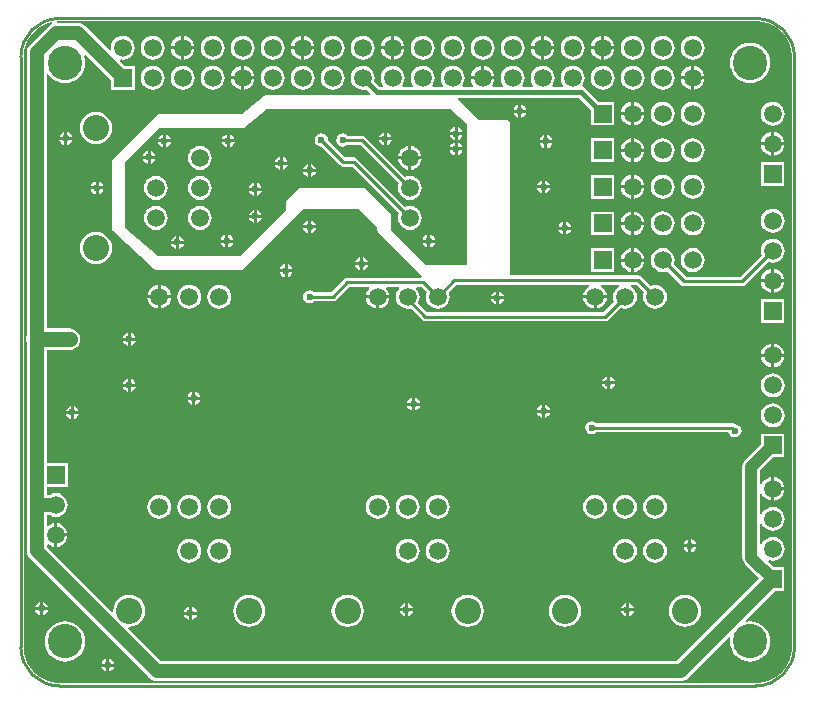
<source format=gbl>
G04 Layer_Physical_Order=2*
G04 Layer_Color=16711680*
%FSLAX25Y25*%
%MOIN*%
G70*
G01*
G75*
%ADD16C,0.04724*%
%ADD17C,0.01000*%
%ADD22C,0.03937*%
%ADD24C,0.00965*%
%ADD25C,0.05906*%
%ADD26R,0.05906X0.05906*%
%ADD27R,0.05906X0.05906*%
%ADD28C,0.11417*%
%ADD29C,0.08701*%
%ADD30C,0.02362*%
%ADD31C,0.05118*%
%ADD32C,0.01772*%
G36*
X594869Y351969D02*
X596404Y351766D01*
X597899Y351366D01*
X599330Y350773D01*
X600670Y349999D01*
X601899Y349057D01*
X602993Y347962D01*
X603936Y346733D01*
X604710Y345393D01*
X605303Y343962D01*
X605703Y342467D01*
X605905Y340932D01*
Y340158D01*
Y143307D01*
Y142533D01*
X605703Y140998D01*
X605303Y139502D01*
X604710Y138072D01*
X603936Y136731D01*
X602993Y135503D01*
X601899Y134408D01*
X600670Y133466D01*
X599330Y132691D01*
X597899Y132099D01*
X596404Y131698D01*
X594869Y131496D01*
X594095Y131496D01*
X361811D01*
X361037Y131496D01*
X359502Y131698D01*
X358006Y132099D01*
X356576Y132691D01*
X355235Y133466D01*
X354007Y134408D01*
X352912Y135503D01*
X351969Y136731D01*
X351195Y138072D01*
X350603Y139502D01*
X350202Y140998D01*
X350000Y142533D01*
X350000Y143307D01*
Y340158D01*
X350000Y340932D01*
X350202Y342467D01*
X350603Y343962D01*
X351195Y345393D01*
X351969Y346733D01*
X352912Y347962D01*
X354007Y349057D01*
X355235Y349999D01*
X356576Y350773D01*
X358006Y351366D01*
X359172Y351678D01*
X359245Y351638D01*
X359259Y351598D01*
X359215Y351085D01*
X358934Y350968D01*
X358232Y350429D01*
X351933Y344130D01*
X351394Y343428D01*
X351055Y342610D01*
X350939Y341732D01*
Y247176D01*
X350863Y246992D01*
X350741Y246063D01*
X350863Y245134D01*
X350939Y244950D01*
Y224907D01*
X350924Y224787D01*
Y190551D01*
Y175408D01*
X351039Y174530D01*
X351378Y173712D01*
X351917Y173010D01*
X391892Y133035D01*
X391892Y133035D01*
X392594Y132496D01*
X393412Y132157D01*
X394290Y132042D01*
X568898D01*
X569775Y132157D01*
X570114Y132298D01*
X570593Y132496D01*
X571296Y133035D01*
X585100Y146839D01*
X585370Y146677D01*
X585510Y146542D01*
X585385Y145276D01*
X585514Y143960D01*
X585898Y142696D01*
X586521Y141530D01*
X587359Y140509D01*
X588381Y139671D01*
X589546Y139048D01*
X590811Y138664D01*
X592126Y138534D01*
X593441Y138664D01*
X594706Y139048D01*
X595871Y139671D01*
X596893Y140509D01*
X597731Y141530D01*
X598354Y142696D01*
X598738Y143960D01*
X598867Y145276D01*
X598738Y146591D01*
X598354Y147855D01*
X597731Y149021D01*
X596893Y150042D01*
X595871Y150881D01*
X594706Y151504D01*
X593441Y151887D01*
X592126Y152017D01*
X590860Y151892D01*
X590725Y152031D01*
X590562Y152302D01*
X600449Y162189D01*
X603559D01*
Y170095D01*
X599888D01*
X597991Y171991D01*
X598275Y172415D01*
X598574Y172291D01*
X599606Y172155D01*
X600638Y172291D01*
X601600Y172689D01*
X602425Y173323D01*
X603059Y174148D01*
X603457Y175110D01*
X603593Y176142D01*
X603457Y177174D01*
X603059Y178135D01*
X602425Y178961D01*
X601600Y179595D01*
X600638Y179993D01*
X599606Y180129D01*
X598574Y179993D01*
X597613Y179595D01*
X596787Y178961D01*
X596154Y178135D01*
X596014Y177798D01*
X595514Y177897D01*
Y184386D01*
X596014Y184486D01*
X596154Y184148D01*
X596787Y183323D01*
X597613Y182689D01*
X598574Y182291D01*
X599606Y182155D01*
X600638Y182291D01*
X601600Y182689D01*
X602425Y183323D01*
X603059Y184148D01*
X603457Y185110D01*
X603593Y186142D01*
X603457Y187174D01*
X603059Y188135D01*
X602425Y188961D01*
X601600Y189594D01*
X600638Y189993D01*
X599606Y190129D01*
X598574Y189993D01*
X597613Y189594D01*
X596787Y188961D01*
X596154Y188135D01*
X596014Y187798D01*
X595514Y187897D01*
Y194386D01*
X596014Y194486D01*
X596154Y194148D01*
X596787Y193323D01*
X597613Y192689D01*
X598574Y192291D01*
X599106Y192221D01*
Y196142D01*
Y200063D01*
X598574Y199993D01*
X597613Y199594D01*
X596787Y198961D01*
X596154Y198135D01*
X596014Y197798D01*
X595514Y197897D01*
Y202303D01*
X599888Y206677D01*
X603559D01*
Y214583D01*
X595653D01*
Y210911D01*
X590403Y205661D01*
X589927Y205040D01*
X589628Y204318D01*
X589526Y203543D01*
Y173228D01*
X589628Y172453D01*
X589927Y171731D01*
X590403Y171111D01*
X595091Y166422D01*
X567493Y138824D01*
X395694D01*
X384845Y149674D01*
X385066Y150122D01*
X385118Y150115D01*
X386515Y150299D01*
X387816Y150838D01*
X388934Y151696D01*
X389792Y152813D01*
X390331Y154115D01*
X390515Y155512D01*
X390331Y156909D01*
X389792Y158210D01*
X388934Y159328D01*
X387816Y160185D01*
X386515Y160724D01*
X385118Y160908D01*
X383721Y160724D01*
X382420Y160185D01*
X381302Y159328D01*
X380445Y158210D01*
X379905Y156909D01*
X379721Y155512D01*
X379728Y155460D01*
X379280Y155239D01*
X357706Y176812D01*
Y177418D01*
X358206Y177665D01*
X358636Y177335D01*
X359598Y176936D01*
X360130Y176866D01*
Y180787D01*
Y184708D01*
X359598Y184638D01*
X358636Y184240D01*
X358206Y183910D01*
X357706Y184157D01*
Y187396D01*
X358556D01*
X358636Y187335D01*
X359598Y186936D01*
X360630Y186801D01*
X361662Y186936D01*
X362623Y187335D01*
X363449Y187968D01*
X364083Y188794D01*
X364481Y189755D01*
X364617Y190787D01*
X364481Y191819D01*
X364083Y192781D01*
X363449Y193606D01*
X362623Y194240D01*
X361662Y194638D01*
X360630Y194774D01*
X359598Y194638D01*
X358636Y194240D01*
X358556Y194179D01*
X357706D01*
Y196835D01*
X364583D01*
Y204740D01*
X357706D01*
Y224683D01*
X357722Y224803D01*
Y242473D01*
X365256D01*
X366185Y242596D01*
X367051Y242954D01*
X367794Y243525D01*
X368365Y244268D01*
X368723Y245134D01*
X368846Y246063D01*
X368723Y246992D01*
X368365Y247858D01*
X367794Y248601D01*
X367051Y249172D01*
X366185Y249530D01*
X365256Y249653D01*
X357722D01*
Y334330D01*
X357805Y334351D01*
X358222Y334386D01*
X359013Y333422D01*
X360034Y332584D01*
X361200Y331961D01*
X362464Y331577D01*
X363779Y331448D01*
X365095Y331577D01*
X366359Y331961D01*
X367525Y332584D01*
X368546Y333422D01*
X369385Y334444D01*
X370007Y335609D01*
X370391Y336874D01*
X370521Y338189D01*
X370391Y339504D01*
X370067Y340571D01*
X370510Y340836D01*
X379000Y332346D01*
Y329236D01*
X386906D01*
Y337142D01*
X383796D01*
X382132Y338806D01*
X382365Y339280D01*
X382953Y339202D01*
X383985Y339338D01*
X384946Y339736D01*
X385772Y340370D01*
X386405Y341196D01*
X386804Y342157D01*
X386940Y343189D01*
X386804Y344221D01*
X386405Y345182D01*
X385772Y346008D01*
X384946Y346642D01*
X383985Y347040D01*
X382953Y347176D01*
X381921Y347040D01*
X380959Y346642D01*
X380134Y346008D01*
X379500Y345182D01*
X379102Y344221D01*
X378966Y343189D01*
X379043Y342601D01*
X378570Y342368D01*
X370508Y350429D01*
X369806Y350968D01*
X369327Y351167D01*
X368988Y351307D01*
X368110Y351423D01*
X361293D01*
X361122Y351923D01*
X361182Y351969D01*
X361811Y351969D01*
Y351969D01*
X594095D01*
X594869Y351969D01*
D02*
G37*
%LPC*%
G36*
X543453Y347110D02*
Y343689D01*
X546874D01*
X546804Y344221D01*
X546406Y345182D01*
X545772Y346008D01*
X544946Y346642D01*
X543985Y347040D01*
X543453Y347110D01*
D02*
G37*
G36*
X542453D02*
X541921Y347040D01*
X540959Y346642D01*
X540134Y346008D01*
X539500Y345182D01*
X539102Y344221D01*
X539032Y343689D01*
X542453D01*
Y347110D01*
D02*
G37*
G36*
X523453D02*
Y343689D01*
X526874D01*
X526804Y344221D01*
X526405Y345182D01*
X525772Y346008D01*
X524946Y346642D01*
X523985Y347040D01*
X523453Y347110D01*
D02*
G37*
G36*
X522453D02*
X521921Y347040D01*
X520959Y346642D01*
X520134Y346008D01*
X519500Y345182D01*
X519102Y344221D01*
X519032Y343689D01*
X522453D01*
Y347110D01*
D02*
G37*
G36*
X473453D02*
Y343689D01*
X476874D01*
X476804Y344221D01*
X476405Y345182D01*
X475772Y346008D01*
X474946Y346642D01*
X473985Y347040D01*
X473453Y347110D01*
D02*
G37*
G36*
X472453D02*
X471921Y347040D01*
X470959Y346642D01*
X470134Y346008D01*
X469500Y345182D01*
X469102Y344221D01*
X469032Y343689D01*
X472453D01*
Y347110D01*
D02*
G37*
G36*
X443453D02*
Y343689D01*
X446874D01*
X446804Y344221D01*
X446406Y345182D01*
X445772Y346008D01*
X444946Y346642D01*
X443985Y347040D01*
X443453Y347110D01*
D02*
G37*
G36*
X442453D02*
X441921Y347040D01*
X440959Y346642D01*
X440134Y346008D01*
X439500Y345182D01*
X439102Y344221D01*
X439032Y343689D01*
X442453D01*
Y347110D01*
D02*
G37*
G36*
X403453D02*
Y343689D01*
X406874D01*
X406804Y344221D01*
X406405Y345182D01*
X405772Y346008D01*
X404946Y346642D01*
X403985Y347040D01*
X403453Y347110D01*
D02*
G37*
G36*
X402453D02*
X401921Y347040D01*
X400959Y346642D01*
X400134Y346008D01*
X399500Y345182D01*
X399102Y344221D01*
X399032Y343689D01*
X402453D01*
Y347110D01*
D02*
G37*
G36*
X546874Y342689D02*
X543453D01*
Y339268D01*
X543985Y339338D01*
X544946Y339736D01*
X545772Y340370D01*
X546406Y341196D01*
X546804Y342157D01*
X546874Y342689D01*
D02*
G37*
G36*
X542453D02*
X539032D01*
X539102Y342157D01*
X539500Y341196D01*
X540134Y340370D01*
X540959Y339736D01*
X541921Y339338D01*
X542453Y339268D01*
Y342689D01*
D02*
G37*
G36*
X526874D02*
X523453D01*
Y339268D01*
X523985Y339338D01*
X524946Y339736D01*
X525772Y340370D01*
X526405Y341196D01*
X526804Y342157D01*
X526874Y342689D01*
D02*
G37*
G36*
X522453D02*
X519032D01*
X519102Y342157D01*
X519500Y341196D01*
X520134Y340370D01*
X520959Y339736D01*
X521921Y339338D01*
X522453Y339268D01*
Y342689D01*
D02*
G37*
G36*
X476874D02*
X473453D01*
Y339268D01*
X473985Y339338D01*
X474946Y339736D01*
X475772Y340370D01*
X476405Y341196D01*
X476804Y342157D01*
X476874Y342689D01*
D02*
G37*
G36*
X472453D02*
X469032D01*
X469102Y342157D01*
X469500Y341196D01*
X470134Y340370D01*
X470959Y339736D01*
X471921Y339338D01*
X472453Y339268D01*
Y342689D01*
D02*
G37*
G36*
X446874D02*
X443453D01*
Y339268D01*
X443985Y339338D01*
X444946Y339736D01*
X445772Y340370D01*
X446406Y341196D01*
X446804Y342157D01*
X446874Y342689D01*
D02*
G37*
G36*
X442453D02*
X439032D01*
X439102Y342157D01*
X439500Y341196D01*
X440134Y340370D01*
X440959Y339736D01*
X441921Y339338D01*
X442453Y339268D01*
Y342689D01*
D02*
G37*
G36*
X406874D02*
X403453D01*
Y339268D01*
X403985Y339338D01*
X404946Y339736D01*
X405772Y340370D01*
X406405Y341196D01*
X406804Y342157D01*
X406874Y342689D01*
D02*
G37*
G36*
X402453D02*
X399032D01*
X399102Y342157D01*
X399500Y341196D01*
X400134Y340370D01*
X400959Y339736D01*
X401921Y339338D01*
X402453Y339268D01*
Y342689D01*
D02*
G37*
G36*
X572953Y347176D02*
X571921Y347040D01*
X570959Y346642D01*
X570134Y346008D01*
X569500Y345182D01*
X569102Y344221D01*
X568966Y343189D01*
X569102Y342157D01*
X569500Y341196D01*
X570134Y340370D01*
X570959Y339736D01*
X571921Y339338D01*
X572953Y339202D01*
X573985Y339338D01*
X574946Y339736D01*
X575772Y340370D01*
X576405Y341196D01*
X576804Y342157D01*
X576940Y343189D01*
X576804Y344221D01*
X576405Y345182D01*
X575772Y346008D01*
X574946Y346642D01*
X573985Y347040D01*
X572953Y347176D01*
D02*
G37*
G36*
X562953D02*
X561921Y347040D01*
X560959Y346642D01*
X560134Y346008D01*
X559500Y345182D01*
X559102Y344221D01*
X558966Y343189D01*
X559102Y342157D01*
X559500Y341196D01*
X560134Y340370D01*
X560959Y339736D01*
X561921Y339338D01*
X562953Y339202D01*
X563985Y339338D01*
X564946Y339736D01*
X565772Y340370D01*
X566405Y341196D01*
X566804Y342157D01*
X566940Y343189D01*
X566804Y344221D01*
X566405Y345182D01*
X565772Y346008D01*
X564946Y346642D01*
X563985Y347040D01*
X562953Y347176D01*
D02*
G37*
G36*
X552953D02*
X551921Y347040D01*
X550959Y346642D01*
X550134Y346008D01*
X549500Y345182D01*
X549102Y344221D01*
X548966Y343189D01*
X549102Y342157D01*
X549500Y341196D01*
X550134Y340370D01*
X550959Y339736D01*
X551921Y339338D01*
X552953Y339202D01*
X553985Y339338D01*
X554946Y339736D01*
X555772Y340370D01*
X556405Y341196D01*
X556804Y342157D01*
X556940Y343189D01*
X556804Y344221D01*
X556405Y345182D01*
X555772Y346008D01*
X554946Y346642D01*
X553985Y347040D01*
X552953Y347176D01*
D02*
G37*
G36*
X532953D02*
X531921Y347040D01*
X530959Y346642D01*
X530134Y346008D01*
X529500Y345182D01*
X529102Y344221D01*
X528966Y343189D01*
X529102Y342157D01*
X529500Y341196D01*
X530134Y340370D01*
X530959Y339736D01*
X531921Y339338D01*
X532953Y339202D01*
X533985Y339338D01*
X534946Y339736D01*
X535772Y340370D01*
X536406Y341196D01*
X536804Y342157D01*
X536940Y343189D01*
X536804Y344221D01*
X536406Y345182D01*
X535772Y346008D01*
X534946Y346642D01*
X533985Y347040D01*
X532953Y347176D01*
D02*
G37*
G36*
X512953D02*
X511921Y347040D01*
X510959Y346642D01*
X510134Y346008D01*
X509500Y345182D01*
X509102Y344221D01*
X508966Y343189D01*
X509102Y342157D01*
X509500Y341196D01*
X510134Y340370D01*
X510959Y339736D01*
X511921Y339338D01*
X512953Y339202D01*
X513985Y339338D01*
X514946Y339736D01*
X515772Y340370D01*
X516405Y341196D01*
X516804Y342157D01*
X516940Y343189D01*
X516804Y344221D01*
X516405Y345182D01*
X515772Y346008D01*
X514946Y346642D01*
X513985Y347040D01*
X512953Y347176D01*
D02*
G37*
G36*
X502953D02*
X501921Y347040D01*
X500959Y346642D01*
X500134Y346008D01*
X499500Y345182D01*
X499102Y344221D01*
X498966Y343189D01*
X499102Y342157D01*
X499500Y341196D01*
X500134Y340370D01*
X500959Y339736D01*
X501921Y339338D01*
X502953Y339202D01*
X503985Y339338D01*
X504946Y339736D01*
X505772Y340370D01*
X506405Y341196D01*
X506804Y342157D01*
X506940Y343189D01*
X506804Y344221D01*
X506405Y345182D01*
X505772Y346008D01*
X504946Y346642D01*
X503985Y347040D01*
X502953Y347176D01*
D02*
G37*
G36*
X492953D02*
X491921Y347040D01*
X490959Y346642D01*
X490134Y346008D01*
X489500Y345182D01*
X489102Y344221D01*
X488966Y343189D01*
X489102Y342157D01*
X489500Y341196D01*
X490134Y340370D01*
X490959Y339736D01*
X491921Y339338D01*
X492953Y339202D01*
X493985Y339338D01*
X494946Y339736D01*
X495772Y340370D01*
X496406Y341196D01*
X496804Y342157D01*
X496940Y343189D01*
X496804Y344221D01*
X496406Y345182D01*
X495772Y346008D01*
X494946Y346642D01*
X493985Y347040D01*
X492953Y347176D01*
D02*
G37*
G36*
X482953D02*
X481921Y347040D01*
X480959Y346642D01*
X480134Y346008D01*
X479500Y345182D01*
X479102Y344221D01*
X478966Y343189D01*
X479102Y342157D01*
X479500Y341196D01*
X480134Y340370D01*
X480959Y339736D01*
X481921Y339338D01*
X482953Y339202D01*
X483985Y339338D01*
X484946Y339736D01*
X485772Y340370D01*
X486406Y341196D01*
X486804Y342157D01*
X486940Y343189D01*
X486804Y344221D01*
X486406Y345182D01*
X485772Y346008D01*
X484946Y346642D01*
X483985Y347040D01*
X482953Y347176D01*
D02*
G37*
G36*
X462953D02*
X461921Y347040D01*
X460959Y346642D01*
X460134Y346008D01*
X459500Y345182D01*
X459102Y344221D01*
X458966Y343189D01*
X459102Y342157D01*
X459500Y341196D01*
X460134Y340370D01*
X460959Y339736D01*
X461921Y339338D01*
X462953Y339202D01*
X463985Y339338D01*
X464946Y339736D01*
X465772Y340370D01*
X466405Y341196D01*
X466804Y342157D01*
X466940Y343189D01*
X466804Y344221D01*
X466405Y345182D01*
X465772Y346008D01*
X464946Y346642D01*
X463985Y347040D01*
X462953Y347176D01*
D02*
G37*
G36*
X452953D02*
X451921Y347040D01*
X450959Y346642D01*
X450134Y346008D01*
X449500Y345182D01*
X449102Y344221D01*
X448966Y343189D01*
X449102Y342157D01*
X449500Y341196D01*
X450134Y340370D01*
X450959Y339736D01*
X451921Y339338D01*
X452953Y339202D01*
X453985Y339338D01*
X454946Y339736D01*
X455772Y340370D01*
X456405Y341196D01*
X456804Y342157D01*
X456940Y343189D01*
X456804Y344221D01*
X456405Y345182D01*
X455772Y346008D01*
X454946Y346642D01*
X453985Y347040D01*
X452953Y347176D01*
D02*
G37*
G36*
X432953D02*
X431921Y347040D01*
X430959Y346642D01*
X430134Y346008D01*
X429500Y345182D01*
X429102Y344221D01*
X428966Y343189D01*
X429102Y342157D01*
X429500Y341196D01*
X430134Y340370D01*
X430959Y339736D01*
X431921Y339338D01*
X432953Y339202D01*
X433985Y339338D01*
X434946Y339736D01*
X435772Y340370D01*
X436406Y341196D01*
X436804Y342157D01*
X436940Y343189D01*
X436804Y344221D01*
X436406Y345182D01*
X435772Y346008D01*
X434946Y346642D01*
X433985Y347040D01*
X432953Y347176D01*
D02*
G37*
G36*
X422953D02*
X421921Y347040D01*
X420959Y346642D01*
X420134Y346008D01*
X419500Y345182D01*
X419102Y344221D01*
X418966Y343189D01*
X419102Y342157D01*
X419500Y341196D01*
X420134Y340370D01*
X420959Y339736D01*
X421921Y339338D01*
X422953Y339202D01*
X423985Y339338D01*
X424946Y339736D01*
X425772Y340370D01*
X426405Y341196D01*
X426804Y342157D01*
X426940Y343189D01*
X426804Y344221D01*
X426405Y345182D01*
X425772Y346008D01*
X424946Y346642D01*
X423985Y347040D01*
X422953Y347176D01*
D02*
G37*
G36*
X412953D02*
X411921Y347040D01*
X410959Y346642D01*
X410134Y346008D01*
X409500Y345182D01*
X409102Y344221D01*
X408966Y343189D01*
X409102Y342157D01*
X409500Y341196D01*
X410134Y340370D01*
X410959Y339736D01*
X411921Y339338D01*
X412953Y339202D01*
X413985Y339338D01*
X414946Y339736D01*
X415772Y340370D01*
X416405Y341196D01*
X416804Y342157D01*
X416940Y343189D01*
X416804Y344221D01*
X416405Y345182D01*
X415772Y346008D01*
X414946Y346642D01*
X413985Y347040D01*
X412953Y347176D01*
D02*
G37*
G36*
X392953D02*
X391921Y347040D01*
X390959Y346642D01*
X390134Y346008D01*
X389500Y345182D01*
X389102Y344221D01*
X388966Y343189D01*
X389102Y342157D01*
X389500Y341196D01*
X390134Y340370D01*
X390959Y339736D01*
X391921Y339338D01*
X392953Y339202D01*
X393985Y339338D01*
X394946Y339736D01*
X395772Y340370D01*
X396406Y341196D01*
X396804Y342157D01*
X396940Y343189D01*
X396804Y344221D01*
X396406Y345182D01*
X395772Y346008D01*
X394946Y346642D01*
X393985Y347040D01*
X392953Y347176D01*
D02*
G37*
G36*
X573453Y337110D02*
Y333689D01*
X576874D01*
X576804Y334221D01*
X576405Y335182D01*
X575772Y336008D01*
X574946Y336642D01*
X573985Y337040D01*
X573453Y337110D01*
D02*
G37*
G36*
X572453D02*
X571921Y337040D01*
X570959Y336642D01*
X570134Y336008D01*
X569500Y335182D01*
X569102Y334221D01*
X569032Y333689D01*
X572453D01*
Y337110D01*
D02*
G37*
G36*
X503453D02*
Y333689D01*
X506874D01*
X506804Y334221D01*
X506405Y335182D01*
X505772Y336008D01*
X504946Y336642D01*
X503985Y337040D01*
X503453Y337110D01*
D02*
G37*
G36*
X502453D02*
X501921Y337040D01*
X500959Y336642D01*
X500134Y336008D01*
X499500Y335182D01*
X499102Y334221D01*
X499032Y333689D01*
X502453D01*
Y337110D01*
D02*
G37*
G36*
X423453D02*
Y333689D01*
X426874D01*
X426804Y334221D01*
X426405Y335182D01*
X425772Y336008D01*
X424946Y336642D01*
X423985Y337040D01*
X423453Y337110D01*
D02*
G37*
G36*
X422453D02*
X421921Y337040D01*
X420959Y336642D01*
X420134Y336008D01*
X419500Y335182D01*
X419102Y334221D01*
X419032Y333689D01*
X422453D01*
Y337110D01*
D02*
G37*
G36*
X592126Y344930D02*
X590811Y344801D01*
X589546Y344417D01*
X588381Y343794D01*
X587359Y342956D01*
X586521Y341934D01*
X585898Y340769D01*
X585514Y339504D01*
X585385Y338189D01*
X585514Y336874D01*
X585898Y335609D01*
X586521Y334444D01*
X587359Y333422D01*
X588381Y332584D01*
X589546Y331961D01*
X590811Y331577D01*
X592126Y331448D01*
X593441Y331577D01*
X594706Y331961D01*
X595871Y332584D01*
X596893Y333422D01*
X597731Y334444D01*
X598354Y335609D01*
X598738Y336874D01*
X598867Y338189D01*
X598738Y339504D01*
X598354Y340769D01*
X597731Y341934D01*
X596893Y342956D01*
X595871Y343794D01*
X594706Y344417D01*
X593441Y344801D01*
X592126Y344930D01*
D02*
G37*
G36*
X532953Y337176D02*
X531921Y337040D01*
X530959Y336642D01*
X530134Y336008D01*
X529500Y335182D01*
X529102Y334221D01*
X528966Y333189D01*
X529102Y332157D01*
X529500Y331196D01*
X529827Y330769D01*
X529581Y330269D01*
X526325D01*
X526078Y330769D01*
X526405Y331196D01*
X526804Y332157D01*
X526940Y333189D01*
X526804Y334221D01*
X526405Y335182D01*
X525772Y336008D01*
X524946Y336642D01*
X523985Y337040D01*
X522953Y337176D01*
X521921Y337040D01*
X520959Y336642D01*
X520134Y336008D01*
X519500Y335182D01*
X519102Y334221D01*
X518966Y333189D01*
X519102Y332157D01*
X519500Y331196D01*
X519827Y330769D01*
X519581Y330269D01*
X516325D01*
X516078Y330769D01*
X516405Y331196D01*
X516804Y332157D01*
X516940Y333189D01*
X516804Y334221D01*
X516405Y335182D01*
X515772Y336008D01*
X514946Y336642D01*
X513985Y337040D01*
X512953Y337176D01*
X511921Y337040D01*
X510959Y336642D01*
X510134Y336008D01*
X509500Y335182D01*
X509102Y334221D01*
X508966Y333189D01*
X509102Y332157D01*
X509500Y331196D01*
X509827Y330769D01*
X509581Y330269D01*
X506325D01*
X506078Y330769D01*
X506405Y331196D01*
X506804Y332157D01*
X506874Y332689D01*
X499032D01*
X499102Y332157D01*
X499500Y331196D01*
X499827Y330769D01*
X499581Y330269D01*
X496325D01*
X496078Y330769D01*
X496406Y331196D01*
X496804Y332157D01*
X496940Y333189D01*
X496804Y334221D01*
X496406Y335182D01*
X495772Y336008D01*
X494946Y336642D01*
X493985Y337040D01*
X492953Y337176D01*
X491921Y337040D01*
X490959Y336642D01*
X490134Y336008D01*
X489500Y335182D01*
X489102Y334221D01*
X488966Y333189D01*
X489102Y332157D01*
X489500Y331196D01*
X489827Y330769D01*
X489581Y330269D01*
X486325D01*
X486078Y330769D01*
X486406Y331196D01*
X486804Y332157D01*
X486940Y333189D01*
X486804Y334221D01*
X486406Y335182D01*
X485772Y336008D01*
X484946Y336642D01*
X483985Y337040D01*
X482953Y337176D01*
X481921Y337040D01*
X480959Y336642D01*
X480134Y336008D01*
X479500Y335182D01*
X479102Y334221D01*
X478966Y333189D01*
X479102Y332157D01*
X479500Y331196D01*
X479827Y330769D01*
X479581Y330269D01*
X476325D01*
X476078Y330769D01*
X476405Y331196D01*
X476804Y332157D01*
X476940Y333189D01*
X476804Y334221D01*
X476405Y335182D01*
X475772Y336008D01*
X474946Y336642D01*
X473985Y337040D01*
X472953Y337176D01*
X471921Y337040D01*
X470959Y336642D01*
X470134Y336008D01*
X469500Y335182D01*
X469102Y334221D01*
X468966Y333189D01*
X469102Y332157D01*
X469500Y331196D01*
X469827Y330769D01*
X469581Y330269D01*
X468592D01*
X466775Y332086D01*
X466804Y332157D01*
X466940Y333189D01*
X466804Y334221D01*
X466405Y335182D01*
X465772Y336008D01*
X464946Y336642D01*
X463985Y337040D01*
X462953Y337176D01*
X461921Y337040D01*
X460959Y336642D01*
X460134Y336008D01*
X459500Y335182D01*
X459102Y334221D01*
X458966Y333189D01*
X459102Y332157D01*
X459500Y331196D01*
X460134Y330370D01*
X460959Y329736D01*
X461921Y329338D01*
X462953Y329202D01*
X463985Y329338D01*
X464055Y329367D01*
X465549Y327874D01*
X465358Y327412D01*
X431102D01*
X430905Y327373D01*
X430705Y327355D01*
X430634Y327319D01*
X430556Y327303D01*
X430389Y327191D01*
X430211Y327099D01*
X422728Y321112D01*
X395276D01*
X395276Y321112D01*
X394729Y321004D01*
X394266Y320694D01*
X379699Y306128D01*
X379390Y305664D01*
X379281Y305118D01*
X379281Y305118D01*
Y283071D01*
X379288Y283039D01*
X379283Y283007D01*
X379342Y282767D01*
X379390Y282525D01*
X379408Y282498D01*
X379416Y282466D01*
X379562Y282267D01*
X379699Y282062D01*
X379726Y282044D01*
X379746Y282017D01*
X393525Y269419D01*
X393736Y269291D01*
X393942Y269154D01*
X393974Y269147D01*
X394002Y269131D01*
X394246Y269093D01*
X394488Y269045D01*
X422047D01*
X422047Y269045D01*
X422593Y269154D01*
X423057Y269463D01*
X441561Y287967D01*
X441561Y287967D01*
X443111Y289517D01*
X461614D01*
X464739Y286392D01*
X464739Y286392D01*
X467864Y283267D01*
Y282283D01*
X467864Y282283D01*
X467973Y281737D01*
X468282Y281274D01*
X482566Y266990D01*
X482359Y266490D01*
X457874D01*
X457289Y266374D01*
X456793Y266042D01*
X452477Y261726D01*
X446838D01*
X446809Y261769D01*
X446087Y262251D01*
X445236Y262421D01*
X444385Y262251D01*
X443664Y261769D01*
X443182Y261048D01*
X443012Y260197D01*
X443182Y259346D01*
X443664Y258624D01*
X444385Y258142D01*
X445236Y257973D01*
X446087Y258142D01*
X446809Y258624D01*
X446838Y258667D01*
X453110D01*
X453695Y258784D01*
X454192Y259115D01*
X458507Y263431D01*
X464929D01*
X465069Y262931D01*
X464500Y262190D01*
X464102Y261229D01*
X464032Y260697D01*
X467953D01*
X471874D01*
X471804Y261229D01*
X471406Y262190D01*
X470837Y262931D01*
X470977Y263431D01*
X474929D01*
X475069Y262931D01*
X474500Y262190D01*
X474102Y261229D01*
X473966Y260197D01*
X474102Y259165D01*
X474500Y258203D01*
X475134Y257378D01*
X475959Y256744D01*
X476921Y256346D01*
X477953Y256210D01*
X478903Y256335D01*
X482777Y252462D01*
X483273Y252130D01*
X483858Y252014D01*
X543740D01*
X544325Y252130D01*
X544822Y252462D01*
X548898Y256538D01*
X549362Y256346D01*
X550394Y256210D01*
X551426Y256346D01*
X552387Y256744D01*
X553213Y257378D01*
X553846Y258203D01*
X554245Y259165D01*
X554381Y260197D01*
X554245Y261229D01*
X553846Y262190D01*
X553213Y263016D01*
X552387Y263650D01*
X552220Y263719D01*
X552320Y264219D01*
X554209D01*
X556735Y261693D01*
X556543Y261229D01*
X556407Y260197D01*
X556543Y259165D01*
X556941Y258203D01*
X557575Y257378D01*
X558400Y256744D01*
X559362Y256346D01*
X560394Y256210D01*
X561426Y256346D01*
X562387Y256744D01*
X563213Y257378D01*
X563846Y258203D01*
X564245Y259165D01*
X564381Y260197D01*
X564245Y261229D01*
X563846Y262190D01*
X563213Y263016D01*
X562387Y263650D01*
X561426Y264048D01*
X560394Y264184D01*
X559362Y264048D01*
X558898Y263856D01*
X555924Y266829D01*
X555428Y267161D01*
X554843Y267277D01*
X512364D01*
X512047Y267664D01*
X512057Y267717D01*
Y317717D01*
X511949Y318263D01*
X511639Y318726D01*
X511176Y319035D01*
X510630Y319144D01*
X501379D01*
X494561Y325962D01*
X494752Y326424D01*
X535030D01*
X538961Y322493D01*
Y317307D01*
X546866D01*
Y325213D01*
X541680D01*
X537186Y329706D01*
X536563Y330123D01*
X536259Y330183D01*
X536052Y330734D01*
X536406Y331196D01*
X536804Y332157D01*
X536940Y333189D01*
X536804Y334221D01*
X536406Y335182D01*
X535772Y336008D01*
X534946Y336642D01*
X533985Y337040D01*
X532953Y337176D01*
D02*
G37*
G36*
X576874Y332689D02*
X573453D01*
Y329268D01*
X573985Y329338D01*
X574946Y329736D01*
X575772Y330370D01*
X576405Y331196D01*
X576804Y332157D01*
X576874Y332689D01*
D02*
G37*
G36*
X572453D02*
X569032D01*
X569102Y332157D01*
X569500Y331196D01*
X570134Y330370D01*
X570959Y329736D01*
X571921Y329338D01*
X572453Y329268D01*
Y332689D01*
D02*
G37*
G36*
X426874D02*
X423453D01*
Y329268D01*
X423985Y329338D01*
X424946Y329736D01*
X425772Y330370D01*
X426405Y331196D01*
X426804Y332157D01*
X426874Y332689D01*
D02*
G37*
G36*
X422453D02*
X419032D01*
X419102Y332157D01*
X419500Y331196D01*
X420134Y330370D01*
X420959Y329736D01*
X421921Y329338D01*
X422453Y329268D01*
Y332689D01*
D02*
G37*
G36*
X562953Y337176D02*
X561921Y337040D01*
X560959Y336642D01*
X560134Y336008D01*
X559500Y335182D01*
X559102Y334221D01*
X558966Y333189D01*
X559102Y332157D01*
X559500Y331196D01*
X560134Y330370D01*
X560959Y329736D01*
X561921Y329338D01*
X562953Y329202D01*
X563985Y329338D01*
X564946Y329736D01*
X565772Y330370D01*
X566405Y331196D01*
X566804Y332157D01*
X566940Y333189D01*
X566804Y334221D01*
X566405Y335182D01*
X565772Y336008D01*
X564946Y336642D01*
X563985Y337040D01*
X562953Y337176D01*
D02*
G37*
G36*
X552953D02*
X551921Y337040D01*
X550959Y336642D01*
X550134Y336008D01*
X549500Y335182D01*
X549102Y334221D01*
X548966Y333189D01*
X549102Y332157D01*
X549500Y331196D01*
X550134Y330370D01*
X550959Y329736D01*
X551921Y329338D01*
X552953Y329202D01*
X553985Y329338D01*
X554946Y329736D01*
X555772Y330370D01*
X556405Y331196D01*
X556804Y332157D01*
X556940Y333189D01*
X556804Y334221D01*
X556405Y335182D01*
X555772Y336008D01*
X554946Y336642D01*
X553985Y337040D01*
X552953Y337176D01*
D02*
G37*
G36*
X542953D02*
X541921Y337040D01*
X540959Y336642D01*
X540134Y336008D01*
X539500Y335182D01*
X539102Y334221D01*
X538966Y333189D01*
X539102Y332157D01*
X539500Y331196D01*
X540134Y330370D01*
X540959Y329736D01*
X541921Y329338D01*
X542953Y329202D01*
X543985Y329338D01*
X544946Y329736D01*
X545772Y330370D01*
X546406Y331196D01*
X546804Y332157D01*
X546940Y333189D01*
X546804Y334221D01*
X546406Y335182D01*
X545772Y336008D01*
X544946Y336642D01*
X543985Y337040D01*
X542953Y337176D01*
D02*
G37*
G36*
X452953D02*
X451921Y337040D01*
X450959Y336642D01*
X450134Y336008D01*
X449500Y335182D01*
X449102Y334221D01*
X448966Y333189D01*
X449102Y332157D01*
X449500Y331196D01*
X450134Y330370D01*
X450959Y329736D01*
X451921Y329338D01*
X452953Y329202D01*
X453985Y329338D01*
X454946Y329736D01*
X455772Y330370D01*
X456405Y331196D01*
X456804Y332157D01*
X456940Y333189D01*
X456804Y334221D01*
X456405Y335182D01*
X455772Y336008D01*
X454946Y336642D01*
X453985Y337040D01*
X452953Y337176D01*
D02*
G37*
G36*
X442953D02*
X441921Y337040D01*
X440959Y336642D01*
X440134Y336008D01*
X439500Y335182D01*
X439102Y334221D01*
X438966Y333189D01*
X439102Y332157D01*
X439500Y331196D01*
X440134Y330370D01*
X440959Y329736D01*
X441921Y329338D01*
X442953Y329202D01*
X443985Y329338D01*
X444946Y329736D01*
X445772Y330370D01*
X446406Y331196D01*
X446804Y332157D01*
X446940Y333189D01*
X446804Y334221D01*
X446406Y335182D01*
X445772Y336008D01*
X444946Y336642D01*
X443985Y337040D01*
X442953Y337176D01*
D02*
G37*
G36*
X432953D02*
X431921Y337040D01*
X430959Y336642D01*
X430134Y336008D01*
X429500Y335182D01*
X429102Y334221D01*
X428966Y333189D01*
X429102Y332157D01*
X429500Y331196D01*
X430134Y330370D01*
X430959Y329736D01*
X431921Y329338D01*
X432953Y329202D01*
X433985Y329338D01*
X434946Y329736D01*
X435772Y330370D01*
X436406Y331196D01*
X436804Y332157D01*
X436940Y333189D01*
X436804Y334221D01*
X436406Y335182D01*
X435772Y336008D01*
X434946Y336642D01*
X433985Y337040D01*
X432953Y337176D01*
D02*
G37*
G36*
X412953D02*
X411921Y337040D01*
X410959Y336642D01*
X410134Y336008D01*
X409500Y335182D01*
X409102Y334221D01*
X408966Y333189D01*
X409102Y332157D01*
X409500Y331196D01*
X410134Y330370D01*
X410959Y329736D01*
X411921Y329338D01*
X412953Y329202D01*
X413985Y329338D01*
X414946Y329736D01*
X415772Y330370D01*
X416405Y331196D01*
X416804Y332157D01*
X416940Y333189D01*
X416804Y334221D01*
X416405Y335182D01*
X415772Y336008D01*
X414946Y336642D01*
X413985Y337040D01*
X412953Y337176D01*
D02*
G37*
G36*
X402953D02*
X401921Y337040D01*
X400959Y336642D01*
X400134Y336008D01*
X399500Y335182D01*
X399102Y334221D01*
X398966Y333189D01*
X399102Y332157D01*
X399500Y331196D01*
X400134Y330370D01*
X400959Y329736D01*
X401921Y329338D01*
X402953Y329202D01*
X403985Y329338D01*
X404946Y329736D01*
X405772Y330370D01*
X406405Y331196D01*
X406804Y332157D01*
X406940Y333189D01*
X406804Y334221D01*
X406405Y335182D01*
X405772Y336008D01*
X404946Y336642D01*
X403985Y337040D01*
X402953Y337176D01*
D02*
G37*
G36*
X392953D02*
X391921Y337040D01*
X390959Y336642D01*
X390134Y336008D01*
X389500Y335182D01*
X389102Y334221D01*
X388966Y333189D01*
X389102Y332157D01*
X389500Y331196D01*
X390134Y330370D01*
X390959Y329736D01*
X391921Y329338D01*
X392953Y329202D01*
X393985Y329338D01*
X394946Y329736D01*
X395772Y330370D01*
X396406Y331196D01*
X396804Y332157D01*
X396940Y333189D01*
X396804Y334221D01*
X396406Y335182D01*
X395772Y336008D01*
X394946Y336642D01*
X393985Y337040D01*
X392953Y337176D01*
D02*
G37*
G36*
X515854Y324172D02*
Y322547D01*
X517479D01*
X517409Y322898D01*
X516927Y323620D01*
X516205Y324102D01*
X515854Y324172D01*
D02*
G37*
G36*
X514854D02*
X514503Y324102D01*
X513782Y323620D01*
X513300Y322898D01*
X513230Y322547D01*
X514854D01*
Y324172D01*
D02*
G37*
G36*
X553413Y325181D02*
Y321760D01*
X556834D01*
X556764Y322292D01*
X556366Y323253D01*
X555732Y324079D01*
X554907Y324713D01*
X553945Y325111D01*
X553413Y325181D01*
D02*
G37*
G36*
X552413D02*
X551882Y325111D01*
X550920Y324713D01*
X550094Y324079D01*
X549461Y323253D01*
X549062Y322292D01*
X548992Y321760D01*
X552413D01*
Y325181D01*
D02*
G37*
G36*
X517479Y321547D02*
X515854D01*
Y319923D01*
X516205Y319993D01*
X516927Y320475D01*
X517409Y321196D01*
X517479Y321547D01*
D02*
G37*
G36*
X514854D02*
X513230D01*
X513300Y321196D01*
X513782Y320475D01*
X514503Y319993D01*
X514854Y319923D01*
Y321547D01*
D02*
G37*
G36*
X556834Y320760D02*
X553413D01*
Y317339D01*
X553945Y317409D01*
X554907Y317807D01*
X555732Y318441D01*
X556366Y319266D01*
X556764Y320228D01*
X556834Y320760D01*
D02*
G37*
G36*
X552413D02*
X548992D01*
X549062Y320228D01*
X549461Y319266D01*
X550094Y318441D01*
X550920Y317807D01*
X551882Y317409D01*
X552413Y317339D01*
Y320760D01*
D02*
G37*
G36*
X572913Y325247D02*
X571881Y325111D01*
X570920Y324713D01*
X570094Y324079D01*
X569461Y323253D01*
X569062Y322292D01*
X568926Y321260D01*
X569062Y320228D01*
X569461Y319266D01*
X570094Y318441D01*
X570920Y317807D01*
X571881Y317409D01*
X572913Y317273D01*
X573945Y317409D01*
X574907Y317807D01*
X575733Y318441D01*
X576366Y319266D01*
X576764Y320228D01*
X576900Y321260D01*
X576764Y322292D01*
X576366Y323253D01*
X575733Y324079D01*
X574907Y324713D01*
X573945Y325111D01*
X572913Y325247D01*
D02*
G37*
G36*
X562913D02*
X561881Y325111D01*
X560920Y324713D01*
X560094Y324079D01*
X559461Y323253D01*
X559062Y322292D01*
X558926Y321260D01*
X559062Y320228D01*
X559461Y319266D01*
X560094Y318441D01*
X560920Y317807D01*
X561881Y317409D01*
X562913Y317273D01*
X563945Y317409D01*
X564907Y317807D01*
X565732Y318441D01*
X566366Y319266D01*
X566764Y320228D01*
X566900Y321260D01*
X566764Y322292D01*
X566366Y323253D01*
X565732Y324079D01*
X564907Y324713D01*
X563945Y325111D01*
X562913Y325247D01*
D02*
G37*
G36*
X599606Y325168D02*
X598574Y325032D01*
X597613Y324634D01*
X596787Y324000D01*
X596154Y323175D01*
X595755Y322213D01*
X595619Y321181D01*
X595755Y320149D01*
X596154Y319188D01*
X596787Y318362D01*
X597613Y317728D01*
X598574Y317330D01*
X599606Y317194D01*
X600638Y317330D01*
X601600Y317728D01*
X602425Y318362D01*
X603059Y319188D01*
X603457Y320149D01*
X603593Y321181D01*
X603457Y322213D01*
X603059Y323175D01*
X602425Y324000D01*
X601600Y324634D01*
X600638Y325032D01*
X599606Y325168D01*
D02*
G37*
G36*
X364516Y315117D02*
Y313492D01*
X366140D01*
X366070Y313843D01*
X365588Y314565D01*
X364867Y315047D01*
X364516Y315117D01*
D02*
G37*
G36*
X363516D02*
X363165Y315047D01*
X362443Y314565D01*
X361961Y313843D01*
X361891Y313492D01*
X363516D01*
Y315117D01*
D02*
G37*
G36*
X524555Y314113D02*
Y312488D01*
X526180D01*
X526110Y312839D01*
X525628Y313561D01*
X524906Y314043D01*
X524555Y314113D01*
D02*
G37*
G36*
X523555D02*
X523204Y314043D01*
X522483Y313561D01*
X522001Y312839D01*
X521931Y312488D01*
X523555D01*
Y314113D01*
D02*
G37*
G36*
X600106Y315102D02*
Y311681D01*
X603527D01*
X603457Y312213D01*
X603059Y313175D01*
X602425Y314000D01*
X601600Y314634D01*
X600638Y315032D01*
X600106Y315102D01*
D02*
G37*
G36*
X599106Y315102D02*
X598574Y315032D01*
X597613Y314634D01*
X596787Y314000D01*
X596154Y313175D01*
X595755Y312213D01*
X595685Y311681D01*
X599106D01*
Y315102D01*
D02*
G37*
G36*
X374016Y321853D02*
X372619Y321669D01*
X371318Y321130D01*
X370200Y320273D01*
X369342Y319155D01*
X368803Y317853D01*
X368619Y316457D01*
X368803Y315060D01*
X369342Y313758D01*
X370200Y312641D01*
X371318Y311783D01*
X372619Y311244D01*
X374016Y311060D01*
X375413Y311244D01*
X376714Y311783D01*
X377832Y312641D01*
X378689Y313758D01*
X379228Y315060D01*
X379412Y316457D01*
X379228Y317853D01*
X378689Y319155D01*
X377832Y320273D01*
X376714Y321130D01*
X375413Y321669D01*
X374016Y321853D01*
D02*
G37*
G36*
X366140Y312492D02*
X364516D01*
Y310868D01*
X364867Y310938D01*
X365588Y311420D01*
X366070Y312141D01*
X366140Y312492D01*
D02*
G37*
G36*
X363516D02*
X361891D01*
X361961Y312141D01*
X362443Y311420D01*
X363165Y310938D01*
X363516Y310868D01*
Y312492D01*
D02*
G37*
G36*
X526180Y311488D02*
X524555D01*
Y309864D01*
X524906Y309934D01*
X525628Y310416D01*
X526110Y311137D01*
X526180Y311488D01*
D02*
G37*
G36*
X523555D02*
X521931D01*
X522001Y311137D01*
X522483Y310416D01*
X523204Y309934D01*
X523555Y309864D01*
Y311488D01*
D02*
G37*
G36*
X553413Y312976D02*
Y309555D01*
X556834D01*
X556764Y310087D01*
X556366Y311049D01*
X555732Y311874D01*
X554907Y312508D01*
X553945Y312906D01*
X553413Y312976D01*
D02*
G37*
G36*
X552413D02*
X551882Y312906D01*
X550920Y312508D01*
X550094Y311874D01*
X549461Y311049D01*
X549062Y310087D01*
X548992Y309555D01*
X552413D01*
Y312976D01*
D02*
G37*
G36*
X603527Y310681D02*
X600106D01*
Y307260D01*
X600638Y307330D01*
X601600Y307728D01*
X602425Y308362D01*
X603059Y309188D01*
X603457Y310149D01*
X603527Y310681D01*
D02*
G37*
G36*
X599106D02*
X595685D01*
X595755Y310149D01*
X596154Y309188D01*
X596787Y308362D01*
X597613Y307728D01*
X598574Y307330D01*
X599106Y307260D01*
Y310681D01*
D02*
G37*
G36*
X556834Y308555D02*
X553413D01*
Y305134D01*
X553945Y305204D01*
X554907Y305602D01*
X555732Y306236D01*
X556366Y307062D01*
X556764Y308023D01*
X556834Y308555D01*
D02*
G37*
G36*
X552413D02*
X548992D01*
X549062Y308023D01*
X549461Y307062D01*
X550094Y306236D01*
X550920Y305602D01*
X551882Y305204D01*
X552413Y305134D01*
Y308555D01*
D02*
G37*
G36*
X546866Y313008D02*
X538961D01*
Y305102D01*
X546866D01*
Y313008D01*
D02*
G37*
G36*
X572913Y313042D02*
X571881Y312906D01*
X570920Y312508D01*
X570094Y311874D01*
X569461Y311049D01*
X569062Y310087D01*
X568926Y309055D01*
X569062Y308023D01*
X569461Y307062D01*
X570094Y306236D01*
X570920Y305602D01*
X571881Y305204D01*
X572913Y305068D01*
X573945Y305204D01*
X574907Y305602D01*
X575733Y306236D01*
X576366Y307062D01*
X576764Y308023D01*
X576900Y309055D01*
X576764Y310087D01*
X576366Y311049D01*
X575733Y311874D01*
X574907Y312508D01*
X573945Y312906D01*
X572913Y313042D01*
D02*
G37*
G36*
X562913D02*
X561881Y312906D01*
X560920Y312508D01*
X560094Y311874D01*
X559461Y311049D01*
X559062Y310087D01*
X558926Y309055D01*
X559062Y308023D01*
X559461Y307062D01*
X560094Y306236D01*
X560920Y305602D01*
X561881Y305204D01*
X562913Y305068D01*
X563945Y305204D01*
X564907Y305602D01*
X565732Y306236D01*
X566366Y307062D01*
X566764Y308023D01*
X566900Y309055D01*
X566764Y310087D01*
X566366Y311049D01*
X565732Y311874D01*
X564907Y312508D01*
X563945Y312906D01*
X562913Y313042D01*
D02*
G37*
G36*
X553413Y300771D02*
Y297350D01*
X556834D01*
X556764Y297882D01*
X556366Y298844D01*
X555732Y299670D01*
X554907Y300303D01*
X553945Y300701D01*
X553413Y300771D01*
D02*
G37*
G36*
X552413D02*
X551882Y300701D01*
X550920Y300303D01*
X550094Y299670D01*
X549461Y298844D01*
X549062Y297882D01*
X548992Y297350D01*
X552413D01*
Y300771D01*
D02*
G37*
G36*
X523728Y298975D02*
Y297350D01*
X525353D01*
X525283Y297701D01*
X524801Y298423D01*
X524079Y298905D01*
X523728Y298975D01*
D02*
G37*
G36*
X522728D02*
X522377Y298905D01*
X521656Y298423D01*
X521174Y297701D01*
X521104Y297350D01*
X522728D01*
Y298975D01*
D02*
G37*
G36*
X603559Y305134D02*
X595653D01*
Y297228D01*
X603559D01*
Y305134D01*
D02*
G37*
G36*
X374909Y298581D02*
Y296957D01*
X376534D01*
X376464Y297308D01*
X375982Y298029D01*
X375260Y298511D01*
X374909Y298581D01*
D02*
G37*
G36*
X373909D02*
X373558Y298511D01*
X372837Y298029D01*
X372355Y297308D01*
X372285Y296957D01*
X373909D01*
Y298581D01*
D02*
G37*
G36*
X525353Y296350D02*
X523728D01*
Y294726D01*
X524079Y294796D01*
X524801Y295278D01*
X525283Y295999D01*
X525353Y296350D01*
D02*
G37*
G36*
X522728D02*
X521104D01*
X521174Y295999D01*
X521656Y295278D01*
X522377Y294796D01*
X522728Y294726D01*
Y296350D01*
D02*
G37*
G36*
X376534Y295957D02*
X374909D01*
Y294332D01*
X375260Y294402D01*
X375982Y294884D01*
X376464Y295606D01*
X376534Y295957D01*
D02*
G37*
G36*
X373909D02*
X372285D01*
X372355Y295606D01*
X372837Y294884D01*
X373558Y294402D01*
X373909Y294332D01*
Y295957D01*
D02*
G37*
G36*
X556834Y296350D02*
X553413D01*
Y292929D01*
X553945Y292999D01*
X554907Y293398D01*
X555732Y294031D01*
X556366Y294857D01*
X556764Y295818D01*
X556834Y296350D01*
D02*
G37*
G36*
X552413D02*
X548992D01*
X549062Y295818D01*
X549461Y294857D01*
X550094Y294031D01*
X550920Y293398D01*
X551882Y292999D01*
X552413Y292929D01*
Y296350D01*
D02*
G37*
G36*
X546866Y300803D02*
X538961D01*
Y292898D01*
X546866D01*
Y300803D01*
D02*
G37*
G36*
X572913Y300837D02*
X571881Y300701D01*
X570920Y300303D01*
X570094Y299670D01*
X569461Y298844D01*
X569062Y297882D01*
X568926Y296850D01*
X569062Y295818D01*
X569461Y294857D01*
X570094Y294031D01*
X570920Y293398D01*
X571881Y292999D01*
X572913Y292863D01*
X573945Y292999D01*
X574907Y293398D01*
X575733Y294031D01*
X576366Y294857D01*
X576764Y295818D01*
X576900Y296850D01*
X576764Y297882D01*
X576366Y298844D01*
X575733Y299670D01*
X574907Y300303D01*
X573945Y300701D01*
X572913Y300837D01*
D02*
G37*
G36*
X562913D02*
X561881Y300701D01*
X560920Y300303D01*
X560094Y299670D01*
X559461Y298844D01*
X559062Y297882D01*
X558926Y296850D01*
X559062Y295818D01*
X559461Y294857D01*
X560094Y294031D01*
X560920Y293398D01*
X561881Y292999D01*
X562913Y292863D01*
X563945Y292999D01*
X564907Y293398D01*
X565732Y294031D01*
X566366Y294857D01*
X566764Y295818D01*
X566900Y296850D01*
X566764Y297882D01*
X566366Y298844D01*
X565732Y299670D01*
X564907Y300303D01*
X563945Y300701D01*
X562913Y300837D01*
D02*
G37*
G36*
X553413Y288567D02*
Y285146D01*
X556834D01*
X556764Y285678D01*
X556366Y286639D01*
X555732Y287465D01*
X554907Y288098D01*
X553945Y288497D01*
X553413Y288567D01*
D02*
G37*
G36*
X552413D02*
X551882Y288497D01*
X550920Y288098D01*
X550094Y287465D01*
X549461Y286639D01*
X549062Y285678D01*
X548992Y285146D01*
X552413D01*
Y288567D01*
D02*
G37*
G36*
X445756Y285589D02*
Y283965D01*
X447380D01*
X447310Y284316D01*
X446828Y285037D01*
X446107Y285519D01*
X445756Y285589D01*
D02*
G37*
G36*
X444756D02*
X444405Y285519D01*
X443683Y285037D01*
X443201Y284316D01*
X443131Y283965D01*
X444756D01*
Y285589D01*
D02*
G37*
G36*
X530815Y285195D02*
Y283571D01*
X532439D01*
X532370Y283922D01*
X531887Y284643D01*
X531166Y285125D01*
X530815Y285195D01*
D02*
G37*
G36*
X529815D02*
X529464Y285125D01*
X528743Y284643D01*
X528260Y283922D01*
X528191Y283571D01*
X529815D01*
Y285195D01*
D02*
G37*
G36*
X599606Y289499D02*
X598574Y289363D01*
X597613Y288965D01*
X596787Y288331D01*
X596154Y287505D01*
X595755Y286544D01*
X595619Y285512D01*
X595755Y284480D01*
X596154Y283518D01*
X596787Y282693D01*
X597613Y282059D01*
X598574Y281661D01*
X599606Y281525D01*
X600638Y281661D01*
X601600Y282059D01*
X602425Y282693D01*
X603059Y283518D01*
X603457Y284480D01*
X603593Y285512D01*
X603457Y286544D01*
X603059Y287505D01*
X602425Y288331D01*
X601600Y288965D01*
X600638Y289363D01*
X599606Y289499D01*
D02*
G37*
G36*
X447380Y282965D02*
X445756D01*
Y281340D01*
X446107Y281410D01*
X446828Y281892D01*
X447310Y282613D01*
X447380Y282965D01*
D02*
G37*
G36*
X444756D02*
X443131D01*
X443201Y282613D01*
X443683Y281892D01*
X444405Y281410D01*
X444756Y281340D01*
Y282965D01*
D02*
G37*
G36*
X532439Y282571D02*
X530815D01*
Y280946D01*
X531166Y281016D01*
X531887Y281498D01*
X532370Y282220D01*
X532439Y282571D01*
D02*
G37*
G36*
X529815D02*
X528191D01*
X528260Y282220D01*
X528743Y281498D01*
X529464Y281016D01*
X529815Y280946D01*
Y282571D01*
D02*
G37*
G36*
X556834Y284146D02*
X553413D01*
Y280725D01*
X553945Y280795D01*
X554907Y281193D01*
X555732Y281826D01*
X556366Y282652D01*
X556764Y283614D01*
X556834Y284146D01*
D02*
G37*
G36*
X552413D02*
X548992D01*
X549062Y283614D01*
X549461Y282652D01*
X550094Y281826D01*
X550920Y281193D01*
X551882Y280795D01*
X552413Y280725D01*
Y284146D01*
D02*
G37*
G36*
X546866Y288598D02*
X538961D01*
Y280693D01*
X546866D01*
Y288598D01*
D02*
G37*
G36*
X572913Y288632D02*
X571881Y288497D01*
X570920Y288098D01*
X570094Y287465D01*
X569461Y286639D01*
X569062Y285678D01*
X568926Y284646D01*
X569062Y283614D01*
X569461Y282652D01*
X570094Y281826D01*
X570920Y281193D01*
X571881Y280795D01*
X572913Y280659D01*
X573945Y280795D01*
X574907Y281193D01*
X575733Y281826D01*
X576366Y282652D01*
X576764Y283614D01*
X576900Y284646D01*
X576764Y285678D01*
X576366Y286639D01*
X575733Y287465D01*
X574907Y288098D01*
X573945Y288497D01*
X572913Y288632D01*
D02*
G37*
G36*
X562913D02*
X561881Y288497D01*
X560920Y288098D01*
X560094Y287465D01*
X559461Y286639D01*
X559062Y285678D01*
X558926Y284646D01*
X559062Y283614D01*
X559461Y282652D01*
X560094Y281826D01*
X560920Y281193D01*
X561881Y280795D01*
X562913Y280659D01*
X563945Y280795D01*
X564907Y281193D01*
X565732Y281826D01*
X566366Y282652D01*
X566764Y283614D01*
X566900Y284646D01*
X566764Y285678D01*
X566366Y286639D01*
X565732Y287465D01*
X564907Y288098D01*
X563945Y288497D01*
X562913Y288632D01*
D02*
G37*
G36*
X553413Y276362D02*
Y272941D01*
X556834D01*
X556764Y273473D01*
X556366Y274434D01*
X555732Y275260D01*
X554907Y275894D01*
X553945Y276292D01*
X553413Y276362D01*
D02*
G37*
G36*
X552413D02*
X551882Y276292D01*
X550920Y275894D01*
X550094Y275260D01*
X549461Y274434D01*
X549062Y273473D01*
X548992Y272941D01*
X552413D01*
Y276362D01*
D02*
G37*
G36*
X463098Y273384D02*
Y271760D01*
X464723D01*
X464653Y272111D01*
X464171Y272832D01*
X463449Y273314D01*
X463098Y273384D01*
D02*
G37*
G36*
X462098D02*
X461747Y273314D01*
X461026Y272832D01*
X460544Y272111D01*
X460474Y271760D01*
X462098D01*
Y273384D01*
D02*
G37*
G36*
X374016Y281853D02*
X372619Y281669D01*
X371318Y281130D01*
X370200Y280273D01*
X369342Y279155D01*
X368803Y277853D01*
X368619Y276457D01*
X368803Y275060D01*
X369342Y273758D01*
X370200Y272641D01*
X371318Y271783D01*
X372619Y271244D01*
X374016Y271060D01*
X375413Y271244D01*
X376714Y271783D01*
X377832Y272641D01*
X378689Y273758D01*
X379228Y275060D01*
X379412Y276457D01*
X379228Y277853D01*
X378689Y279155D01*
X377832Y280273D01*
X376714Y281130D01*
X375413Y281669D01*
X374016Y281853D01*
D02*
G37*
G36*
X437902Y271022D02*
Y269398D01*
X439526D01*
X439456Y269749D01*
X438974Y270470D01*
X438253Y270952D01*
X437902Y271022D01*
D02*
G37*
G36*
X436902D02*
X436551Y270952D01*
X435829Y270470D01*
X435347Y269749D01*
X435277Y269398D01*
X436902D01*
Y271022D01*
D02*
G37*
G36*
X464723Y270760D02*
X463098D01*
Y269135D01*
X463449Y269205D01*
X464171Y269687D01*
X464653Y270409D01*
X464723Y270760D01*
D02*
G37*
G36*
X462098D02*
X460474D01*
X460544Y270409D01*
X461026Y269687D01*
X461747Y269205D01*
X462098Y269135D01*
Y270760D01*
D02*
G37*
G36*
X556834Y271941D02*
X553413D01*
Y268520D01*
X553945Y268590D01*
X554907Y268988D01*
X555732Y269622D01*
X556366Y270447D01*
X556764Y271409D01*
X556834Y271941D01*
D02*
G37*
G36*
X552413D02*
X548992D01*
X549062Y271409D01*
X549461Y270447D01*
X550094Y269622D01*
X550920Y268988D01*
X551882Y268590D01*
X552413Y268520D01*
Y271941D01*
D02*
G37*
G36*
X546866Y276394D02*
X538961D01*
Y268488D01*
X546866D01*
Y276394D01*
D02*
G37*
G36*
X572913Y276428D02*
X571881Y276292D01*
X570920Y275894D01*
X570094Y275260D01*
X569461Y274434D01*
X569062Y273473D01*
X568926Y272441D01*
X569062Y271409D01*
X569461Y270447D01*
X570094Y269622D01*
X570920Y268988D01*
X571881Y268590D01*
X572913Y268454D01*
X573945Y268590D01*
X574907Y268988D01*
X575733Y269622D01*
X576366Y270447D01*
X576764Y271409D01*
X576900Y272441D01*
X576764Y273473D01*
X576366Y274434D01*
X575733Y275260D01*
X574907Y275894D01*
X573945Y276292D01*
X572913Y276428D01*
D02*
G37*
G36*
X599606Y279499D02*
X598574Y279363D01*
X597613Y278964D01*
X596787Y278331D01*
X596154Y277505D01*
X595755Y276544D01*
X595619Y275512D01*
X595755Y274480D01*
X595924Y274072D01*
X588737Y266884D01*
X570634D01*
X566572Y270945D01*
X566764Y271409D01*
X566900Y272441D01*
X566764Y273473D01*
X566366Y274434D01*
X565732Y275260D01*
X564907Y275894D01*
X563945Y276292D01*
X562913Y276428D01*
X561881Y276292D01*
X560920Y275894D01*
X560094Y275260D01*
X559461Y274434D01*
X559062Y273473D01*
X558926Y272441D01*
X559062Y271409D01*
X559461Y270447D01*
X560094Y269622D01*
X560920Y268988D01*
X561881Y268590D01*
X562913Y268454D01*
X563945Y268590D01*
X564409Y268782D01*
X568919Y264273D01*
X569415Y263941D01*
X570000Y263825D01*
X589370D01*
X589955Y263941D01*
X590451Y264273D01*
X598055Y271876D01*
X598574Y271661D01*
X599606Y271525D01*
X600638Y271661D01*
X601600Y272059D01*
X602425Y272693D01*
X603059Y273518D01*
X603457Y274480D01*
X603593Y275512D01*
X603457Y276544D01*
X603059Y277505D01*
X602425Y278331D01*
X601600Y278964D01*
X600638Y279363D01*
X599606Y279499D01*
D02*
G37*
G36*
X439526Y268398D02*
X437902D01*
Y266773D01*
X438253Y266843D01*
X438974Y267325D01*
X439456Y268047D01*
X439526Y268398D01*
D02*
G37*
G36*
X436902D02*
X435277D01*
X435347Y268047D01*
X435829Y267325D01*
X436551Y266843D01*
X436902Y266773D01*
Y268398D01*
D02*
G37*
G36*
X600106Y269433D02*
Y266012D01*
X603527D01*
X603457Y266544D01*
X603059Y267505D01*
X602425Y268331D01*
X601600Y268965D01*
X600638Y269363D01*
X600106Y269433D01*
D02*
G37*
G36*
X599106D02*
X598574Y269363D01*
X597613Y268965D01*
X596787Y268331D01*
X596154Y267505D01*
X595755Y266544D01*
X595685Y266012D01*
X599106D01*
Y269433D01*
D02*
G37*
G36*
X603527Y265012D02*
X600106D01*
Y261591D01*
X600638Y261661D01*
X601600Y262059D01*
X602425Y262693D01*
X603059Y263518D01*
X603457Y264480D01*
X603527Y265012D01*
D02*
G37*
G36*
X599106D02*
X595685D01*
X595755Y264480D01*
X596154Y263518D01*
X596787Y262693D01*
X597613Y262059D01*
X598574Y261661D01*
X599106Y261591D01*
Y265012D01*
D02*
G37*
G36*
X395618Y264118D02*
Y260697D01*
X399039D01*
X398969Y261229D01*
X398571Y262190D01*
X397937Y263016D01*
X397112Y263650D01*
X396150Y264048D01*
X395618Y264118D01*
D02*
G37*
G36*
X394618Y264118D02*
X394086Y264048D01*
X393125Y263650D01*
X392299Y263016D01*
X391665Y262190D01*
X391267Y261229D01*
X391197Y260697D01*
X394618D01*
Y264118D01*
D02*
G37*
G36*
X399039Y259697D02*
X395618D01*
Y256276D01*
X396150Y256346D01*
X397112Y256744D01*
X397937Y257378D01*
X398571Y258203D01*
X398969Y259165D01*
X399039Y259697D01*
D02*
G37*
G36*
X471874Y259697D02*
X468453D01*
Y256276D01*
X468985Y256346D01*
X469946Y256744D01*
X470772Y257378D01*
X471406Y258203D01*
X471804Y259165D01*
X471874Y259697D01*
D02*
G37*
G36*
X467453D02*
X464032D01*
X464102Y259165D01*
X464500Y258203D01*
X465134Y257378D01*
X465959Y256744D01*
X466921Y256346D01*
X467453Y256276D01*
Y259697D01*
D02*
G37*
G36*
X394618Y259697D02*
X391197D01*
X391267Y259165D01*
X391665Y258203D01*
X392299Y257378D01*
X393125Y256744D01*
X394086Y256346D01*
X394618Y256276D01*
Y259697D01*
D02*
G37*
G36*
X415118Y264184D02*
X414086Y264048D01*
X413125Y263650D01*
X412299Y263016D01*
X411665Y262190D01*
X411267Y261229D01*
X411131Y260197D01*
X411267Y259165D01*
X411665Y258203D01*
X412299Y257378D01*
X413125Y256744D01*
X414086Y256346D01*
X415118Y256210D01*
X416150Y256346D01*
X417111Y256744D01*
X417937Y257378D01*
X418571Y258203D01*
X418969Y259165D01*
X419105Y260197D01*
X418969Y261229D01*
X418571Y262190D01*
X417937Y263016D01*
X417111Y263650D01*
X416150Y264048D01*
X415118Y264184D01*
D02*
G37*
G36*
X405118D02*
X404086Y264048D01*
X403125Y263650D01*
X402299Y263016D01*
X401665Y262190D01*
X401267Y261229D01*
X401131Y260197D01*
X401267Y259165D01*
X401665Y258203D01*
X402299Y257378D01*
X403125Y256744D01*
X404086Y256346D01*
X405118Y256210D01*
X406150Y256346D01*
X407112Y256744D01*
X407937Y257378D01*
X408571Y258203D01*
X408969Y259165D01*
X409105Y260197D01*
X408969Y261229D01*
X408571Y262190D01*
X407937Y263016D01*
X407112Y263650D01*
X406150Y264048D01*
X405118Y264184D01*
D02*
G37*
G36*
X603559Y259465D02*
X595653D01*
Y251559D01*
X603559D01*
Y259465D01*
D02*
G37*
G36*
X385638Y248187D02*
Y246563D01*
X387262D01*
X387192Y246914D01*
X386710Y247636D01*
X385989Y248117D01*
X385638Y248187D01*
D02*
G37*
G36*
X384638D02*
X384287Y248117D01*
X383565Y247636D01*
X383083Y246914D01*
X383014Y246563D01*
X384638D01*
Y248187D01*
D02*
G37*
G36*
X387262Y245563D02*
X385638D01*
Y243939D01*
X385989Y244008D01*
X386710Y244491D01*
X387192Y245212D01*
X387262Y245563D01*
D02*
G37*
G36*
X384638D02*
X383014D01*
X383083Y245212D01*
X383565Y244491D01*
X384287Y244008D01*
X384638Y243939D01*
Y245563D01*
D02*
G37*
G36*
X600106Y244551D02*
Y241130D01*
X603527D01*
X603457Y241662D01*
X603059Y242623D01*
X602425Y243449D01*
X601600Y244083D01*
X600638Y244481D01*
X600106Y244551D01*
D02*
G37*
G36*
X599106Y244551D02*
X598574Y244481D01*
X597613Y244083D01*
X596787Y243449D01*
X596154Y242623D01*
X595755Y241662D01*
X595685Y241130D01*
X599106D01*
Y244551D01*
D02*
G37*
G36*
X603527Y240130D02*
X600106D01*
Y236709D01*
X600638Y236779D01*
X601600Y237177D01*
X602425Y237811D01*
X603059Y238636D01*
X603457Y239598D01*
X603527Y240130D01*
D02*
G37*
G36*
X599106D02*
X595685D01*
X595755Y239598D01*
X596154Y238636D01*
X596787Y237811D01*
X597613Y237177D01*
X598574Y236779D01*
X599106Y236709D01*
Y240130D01*
D02*
G37*
G36*
X545382Y233620D02*
Y231996D01*
X547006D01*
X546936Y232347D01*
X546454Y233069D01*
X545733Y233551D01*
X545382Y233620D01*
D02*
G37*
G36*
X544382D02*
X544031Y233551D01*
X543309Y233069D01*
X542827Y232347D01*
X542758Y231996D01*
X544382D01*
Y233620D01*
D02*
G37*
G36*
X385638Y232833D02*
Y231209D01*
X387262D01*
X387192Y231560D01*
X386710Y232281D01*
X385989Y232763D01*
X385638Y232833D01*
D02*
G37*
G36*
X384638D02*
X384287Y232763D01*
X383565Y232281D01*
X383083Y231560D01*
X383014Y231209D01*
X384638D01*
Y232833D01*
D02*
G37*
G36*
X547006Y230996D02*
X545382D01*
Y229372D01*
X545733Y229441D01*
X546454Y229924D01*
X546936Y230645D01*
X547006Y230996D01*
D02*
G37*
G36*
X544382D02*
X542758D01*
X542827Y230645D01*
X543309Y229924D01*
X544031Y229441D01*
X544382Y229372D01*
Y230996D01*
D02*
G37*
G36*
X387262Y230209D02*
X385638D01*
Y228584D01*
X385989Y228654D01*
X386710Y229136D01*
X387192Y229858D01*
X387262Y230209D01*
D02*
G37*
G36*
X384638D02*
X383014D01*
X383083Y229858D01*
X383565Y229136D01*
X384287Y228654D01*
X384638Y228584D01*
Y230209D01*
D02*
G37*
G36*
X407193Y228502D02*
Y226878D01*
X408817D01*
X408747Y227229D01*
X408265Y227950D01*
X407544Y228432D01*
X407193Y228502D01*
D02*
G37*
G36*
X406193D02*
X405842Y228432D01*
X405120Y227950D01*
X404638Y227229D01*
X404568Y226878D01*
X406193D01*
Y228502D01*
D02*
G37*
G36*
X599606Y234617D02*
X598574Y234481D01*
X597613Y234083D01*
X596787Y233449D01*
X596154Y232623D01*
X595755Y231662D01*
X595619Y230630D01*
X595755Y229598D01*
X596154Y228637D01*
X596787Y227811D01*
X597613Y227177D01*
X598574Y226779D01*
X599606Y226643D01*
X600638Y226779D01*
X601600Y227177D01*
X602425Y227811D01*
X603059Y228637D01*
X603457Y229598D01*
X603593Y230630D01*
X603457Y231662D01*
X603059Y232623D01*
X602425Y233449D01*
X601600Y234083D01*
X600638Y234481D01*
X599606Y234617D01*
D02*
G37*
G36*
X480421Y226534D02*
Y224909D01*
X482046D01*
X481976Y225260D01*
X481494Y225982D01*
X480772Y226464D01*
X480421Y226534D01*
D02*
G37*
G36*
X479421D02*
X479070Y226464D01*
X478349Y225982D01*
X477867Y225260D01*
X477797Y224909D01*
X479421D01*
Y226534D01*
D02*
G37*
G36*
X408817Y225878D02*
X407193D01*
Y224254D01*
X407544Y224323D01*
X408265Y224805D01*
X408747Y225527D01*
X408817Y225878D01*
D02*
G37*
G36*
X406193D02*
X404568D01*
X404638Y225527D01*
X405120Y224805D01*
X405842Y224323D01*
X406193Y224254D01*
Y225878D01*
D02*
G37*
G36*
X523728Y224172D02*
Y222547D01*
X525353D01*
X525283Y222898D01*
X524801Y223620D01*
X524079Y224102D01*
X523728Y224172D01*
D02*
G37*
G36*
X522728D02*
X522377Y224102D01*
X521656Y223620D01*
X521174Y222898D01*
X521104Y222547D01*
X522728D01*
Y224172D01*
D02*
G37*
G36*
X482046Y223909D02*
X480421D01*
Y222285D01*
X480772Y222355D01*
X481494Y222837D01*
X481976Y223558D01*
X482046Y223909D01*
D02*
G37*
G36*
X479421D02*
X477797D01*
X477867Y223558D01*
X478349Y222837D01*
X479070Y222355D01*
X479421Y222285D01*
Y223909D01*
D02*
G37*
G36*
X366642Y223778D02*
Y222153D01*
X368266D01*
X368196Y222505D01*
X367714Y223226D01*
X366993Y223708D01*
X366642Y223778D01*
D02*
G37*
G36*
X365642D02*
X365291Y223708D01*
X364569Y223226D01*
X364087Y222505D01*
X364017Y222153D01*
X365642D01*
Y223778D01*
D02*
G37*
G36*
X525353Y221547D02*
X523728D01*
Y219923D01*
X524079Y219993D01*
X524801Y220475D01*
X525283Y221196D01*
X525353Y221547D01*
D02*
G37*
G36*
X522728D02*
X521104D01*
X521174Y221196D01*
X521656Y220475D01*
X522377Y219993D01*
X522728Y219923D01*
Y221547D01*
D02*
G37*
G36*
X368266Y221153D02*
X366642D01*
Y219529D01*
X366993Y219599D01*
X367714Y220081D01*
X368196Y220802D01*
X368266Y221153D01*
D02*
G37*
G36*
X365642D02*
X364017D01*
X364087Y220802D01*
X364569Y220081D01*
X365291Y219599D01*
X365642Y219529D01*
Y221153D01*
D02*
G37*
G36*
X599606Y224617D02*
X598574Y224481D01*
X597613Y224083D01*
X596787Y223449D01*
X596154Y222623D01*
X595755Y221662D01*
X595619Y220630D01*
X595755Y219598D01*
X596154Y218636D01*
X596787Y217811D01*
X597613Y217177D01*
X598574Y216779D01*
X599606Y216643D01*
X600638Y216779D01*
X601600Y217177D01*
X602425Y217811D01*
X603059Y218636D01*
X603457Y219598D01*
X603593Y220630D01*
X603457Y221662D01*
X603059Y222623D01*
X602425Y223449D01*
X601600Y224083D01*
X600638Y224481D01*
X599606Y224617D01*
D02*
G37*
G36*
X539370Y218759D02*
X538519Y218590D01*
X537798Y218108D01*
X537316Y217387D01*
X537146Y216535D01*
X537316Y215684D01*
X537798Y214963D01*
X538519Y214481D01*
X539370Y214312D01*
X540221Y214481D01*
X540943Y214963D01*
X540971Y215006D01*
X584893D01*
X584953Y214700D01*
X585435Y213979D01*
X586157Y213497D01*
X587008Y213327D01*
X587859Y213497D01*
X588580Y213979D01*
X589062Y214700D01*
X589232Y215551D01*
X589062Y216402D01*
X588580Y217124D01*
X587859Y217606D01*
X587008Y217775D01*
X586900Y217754D01*
X586609Y217948D01*
X586024Y218065D01*
X540971D01*
X540943Y218108D01*
X540221Y218590D01*
X539370Y218759D01*
D02*
G37*
G36*
X600106Y200063D02*
Y196642D01*
X603527D01*
X603457Y197174D01*
X603059Y198135D01*
X602425Y198961D01*
X601600Y199594D01*
X600638Y199993D01*
X600106Y200063D01*
D02*
G37*
G36*
X603527Y195642D02*
X600106D01*
Y192221D01*
X600638Y192291D01*
X601600Y192689D01*
X602425Y193323D01*
X603059Y194148D01*
X603457Y195110D01*
X603527Y195642D01*
D02*
G37*
G36*
X560394Y194184D02*
X559362Y194048D01*
X558400Y193650D01*
X557575Y193016D01*
X556941Y192190D01*
X556543Y191229D01*
X556407Y190197D01*
X556543Y189165D01*
X556941Y188203D01*
X557575Y187378D01*
X558400Y186744D01*
X559362Y186346D01*
X560394Y186210D01*
X561426Y186346D01*
X562387Y186744D01*
X563213Y187378D01*
X563846Y188203D01*
X564245Y189165D01*
X564381Y190197D01*
X564245Y191229D01*
X563846Y192190D01*
X563213Y193016D01*
X562387Y193650D01*
X561426Y194048D01*
X560394Y194184D01*
D02*
G37*
G36*
X550394D02*
X549362Y194048D01*
X548400Y193650D01*
X547575Y193016D01*
X546941Y192190D01*
X546543Y191229D01*
X546407Y190197D01*
X546543Y189165D01*
X546941Y188203D01*
X547575Y187378D01*
X548400Y186744D01*
X549362Y186346D01*
X550394Y186210D01*
X551426Y186346D01*
X552387Y186744D01*
X553213Y187378D01*
X553846Y188203D01*
X554245Y189165D01*
X554381Y190197D01*
X554245Y191229D01*
X553846Y192190D01*
X553213Y193016D01*
X552387Y193650D01*
X551426Y194048D01*
X550394Y194184D01*
D02*
G37*
G36*
X540394D02*
X539362Y194048D01*
X538400Y193650D01*
X537575Y193016D01*
X536941Y192190D01*
X536543Y191229D01*
X536407Y190197D01*
X536543Y189165D01*
X536941Y188203D01*
X537575Y187378D01*
X538400Y186744D01*
X539362Y186346D01*
X540394Y186210D01*
X541426Y186346D01*
X542387Y186744D01*
X543213Y187378D01*
X543846Y188203D01*
X544245Y189165D01*
X544381Y190197D01*
X544245Y191229D01*
X543846Y192190D01*
X543213Y193016D01*
X542387Y193650D01*
X541426Y194048D01*
X540394Y194184D01*
D02*
G37*
G36*
X487953D02*
X486921Y194048D01*
X485959Y193650D01*
X485134Y193016D01*
X484500Y192190D01*
X484102Y191229D01*
X483966Y190197D01*
X484102Y189165D01*
X484500Y188203D01*
X485134Y187378D01*
X485959Y186744D01*
X486921Y186346D01*
X487953Y186210D01*
X488985Y186346D01*
X489946Y186744D01*
X490772Y187378D01*
X491405Y188203D01*
X491804Y189165D01*
X491940Y190197D01*
X491804Y191229D01*
X491405Y192190D01*
X490772Y193016D01*
X489946Y193650D01*
X488985Y194048D01*
X487953Y194184D01*
D02*
G37*
G36*
X477953D02*
X476921Y194048D01*
X475959Y193650D01*
X475134Y193016D01*
X474500Y192190D01*
X474102Y191229D01*
X473966Y190197D01*
X474102Y189165D01*
X474500Y188203D01*
X475134Y187378D01*
X475959Y186744D01*
X476921Y186346D01*
X477953Y186210D01*
X478985Y186346D01*
X479946Y186744D01*
X480772Y187378D01*
X481405Y188203D01*
X481804Y189165D01*
X481940Y190197D01*
X481804Y191229D01*
X481405Y192190D01*
X480772Y193016D01*
X479946Y193650D01*
X478985Y194048D01*
X477953Y194184D01*
D02*
G37*
G36*
X467953D02*
X466921Y194048D01*
X465959Y193650D01*
X465134Y193016D01*
X464500Y192190D01*
X464102Y191229D01*
X463966Y190197D01*
X464102Y189165D01*
X464500Y188203D01*
X465134Y187378D01*
X465959Y186744D01*
X466921Y186346D01*
X467953Y186210D01*
X468985Y186346D01*
X469946Y186744D01*
X470772Y187378D01*
X471406Y188203D01*
X471804Y189165D01*
X471940Y190197D01*
X471804Y191229D01*
X471406Y192190D01*
X470772Y193016D01*
X469946Y193650D01*
X468985Y194048D01*
X467953Y194184D01*
D02*
G37*
G36*
X415118D02*
X414086Y194048D01*
X413125Y193650D01*
X412299Y193016D01*
X411665Y192190D01*
X411267Y191229D01*
X411131Y190197D01*
X411267Y189165D01*
X411665Y188203D01*
X412299Y187378D01*
X413125Y186744D01*
X414086Y186346D01*
X415118Y186210D01*
X416150Y186346D01*
X417111Y186744D01*
X417937Y187378D01*
X418571Y188203D01*
X418969Y189165D01*
X419105Y190197D01*
X418969Y191229D01*
X418571Y192190D01*
X417937Y193016D01*
X417111Y193650D01*
X416150Y194048D01*
X415118Y194184D01*
D02*
G37*
G36*
X405118D02*
X404086Y194048D01*
X403125Y193650D01*
X402299Y193016D01*
X401665Y192190D01*
X401267Y191229D01*
X401131Y190197D01*
X401267Y189165D01*
X401665Y188203D01*
X402299Y187378D01*
X403125Y186744D01*
X404086Y186346D01*
X405118Y186210D01*
X406150Y186346D01*
X407112Y186744D01*
X407937Y187378D01*
X408571Y188203D01*
X408969Y189165D01*
X409105Y190197D01*
X408969Y191229D01*
X408571Y192190D01*
X407937Y193016D01*
X407112Y193650D01*
X406150Y194048D01*
X405118Y194184D01*
D02*
G37*
G36*
X395118D02*
X394086Y194048D01*
X393125Y193650D01*
X392299Y193016D01*
X391665Y192190D01*
X391267Y191229D01*
X391131Y190197D01*
X391267Y189165D01*
X391665Y188203D01*
X392299Y187378D01*
X393125Y186744D01*
X394086Y186346D01*
X395118Y186210D01*
X396150Y186346D01*
X397112Y186744D01*
X397937Y187378D01*
X398571Y188203D01*
X398969Y189165D01*
X399105Y190197D01*
X398969Y191229D01*
X398571Y192190D01*
X397937Y193016D01*
X397112Y193650D01*
X396150Y194048D01*
X395118Y194184D01*
D02*
G37*
G36*
X361130Y184708D02*
Y181287D01*
X364551D01*
X364481Y181819D01*
X364083Y182781D01*
X363449Y183607D01*
X362623Y184240D01*
X361662Y184638D01*
X361130Y184708D01*
D02*
G37*
G36*
X572547Y179290D02*
Y177665D01*
X574172D01*
X574102Y178016D01*
X573620Y178738D01*
X572898Y179220D01*
X572547Y179290D01*
D02*
G37*
G36*
X571547D02*
X571196Y179220D01*
X570475Y178738D01*
X569993Y178016D01*
X569923Y177665D01*
X571547D01*
Y179290D01*
D02*
G37*
G36*
X364551Y180287D02*
X361130D01*
Y176866D01*
X361662Y176936D01*
X362623Y177335D01*
X363449Y177968D01*
X364083Y178794D01*
X364481Y179755D01*
X364551Y180287D01*
D02*
G37*
G36*
X574172Y176665D02*
X572547D01*
Y175041D01*
X572898Y175111D01*
X573620Y175593D01*
X574102Y176314D01*
X574172Y176665D01*
D02*
G37*
G36*
X571547D02*
X569923D01*
X569993Y176314D01*
X570475Y175593D01*
X571196Y175111D01*
X571547Y175041D01*
Y176665D01*
D02*
G37*
G36*
X560394Y179499D02*
X559362Y179363D01*
X558400Y178964D01*
X557575Y178331D01*
X556941Y177505D01*
X556543Y176544D01*
X556407Y175512D01*
X556543Y174480D01*
X556941Y173518D01*
X557575Y172693D01*
X558400Y172059D01*
X559362Y171661D01*
X560394Y171525D01*
X561426Y171661D01*
X562387Y172059D01*
X563213Y172693D01*
X563846Y173518D01*
X564245Y174480D01*
X564381Y175512D01*
X564245Y176544D01*
X563846Y177505D01*
X563213Y178331D01*
X562387Y178964D01*
X561426Y179363D01*
X560394Y179499D01*
D02*
G37*
G36*
X550394D02*
X549362Y179363D01*
X548400Y178964D01*
X547575Y178331D01*
X546941Y177505D01*
X546543Y176544D01*
X546407Y175512D01*
X546543Y174480D01*
X546941Y173518D01*
X547575Y172693D01*
X548400Y172059D01*
X549362Y171661D01*
X550394Y171525D01*
X551426Y171661D01*
X552387Y172059D01*
X553213Y172693D01*
X553846Y173518D01*
X554245Y174480D01*
X554381Y175512D01*
X554245Y176544D01*
X553846Y177505D01*
X553213Y178331D01*
X552387Y178964D01*
X551426Y179363D01*
X550394Y179499D01*
D02*
G37*
G36*
X487953D02*
X486921Y179363D01*
X485959Y178964D01*
X485134Y178331D01*
X484500Y177505D01*
X484102Y176544D01*
X483966Y175512D01*
X484102Y174480D01*
X484500Y173518D01*
X485134Y172693D01*
X485959Y172059D01*
X486921Y171661D01*
X487953Y171525D01*
X488985Y171661D01*
X489946Y172059D01*
X490772Y172693D01*
X491405Y173518D01*
X491804Y174480D01*
X491940Y175512D01*
X491804Y176544D01*
X491405Y177505D01*
X490772Y178331D01*
X489946Y178964D01*
X488985Y179363D01*
X487953Y179499D01*
D02*
G37*
G36*
X477953D02*
X476921Y179363D01*
X475959Y178964D01*
X475134Y178331D01*
X474500Y177505D01*
X474102Y176544D01*
X473966Y175512D01*
X474102Y174480D01*
X474500Y173518D01*
X475134Y172693D01*
X475959Y172059D01*
X476921Y171661D01*
X477953Y171525D01*
X478985Y171661D01*
X479946Y172059D01*
X480772Y172693D01*
X481405Y173518D01*
X481804Y174480D01*
X481940Y175512D01*
X481804Y176544D01*
X481405Y177505D01*
X480772Y178331D01*
X479946Y178964D01*
X478985Y179363D01*
X477953Y179499D01*
D02*
G37*
G36*
X415118D02*
X414086Y179363D01*
X413125Y178964D01*
X412299Y178331D01*
X411665Y177505D01*
X411267Y176544D01*
X411131Y175512D01*
X411267Y174480D01*
X411665Y173518D01*
X412299Y172693D01*
X413125Y172059D01*
X414086Y171661D01*
X415118Y171525D01*
X416150Y171661D01*
X417111Y172059D01*
X417937Y172693D01*
X418571Y173518D01*
X418969Y174480D01*
X419105Y175512D01*
X418969Y176544D01*
X418571Y177505D01*
X417937Y178331D01*
X417111Y178964D01*
X416150Y179363D01*
X415118Y179499D01*
D02*
G37*
G36*
X405118D02*
X404086Y179363D01*
X403125Y178964D01*
X402299Y178331D01*
X401665Y177505D01*
X401267Y176544D01*
X401131Y175512D01*
X401267Y174480D01*
X401665Y173518D01*
X402299Y172693D01*
X403125Y172059D01*
X404086Y171661D01*
X405118Y171525D01*
X406150Y171661D01*
X407112Y172059D01*
X407937Y172693D01*
X408571Y173518D01*
X408969Y174480D01*
X409105Y175512D01*
X408969Y176544D01*
X408571Y177505D01*
X407937Y178331D01*
X407112Y178964D01*
X406150Y179363D01*
X405118Y179499D01*
D02*
G37*
G36*
X356405Y158424D02*
Y156799D01*
X358030D01*
X357960Y157150D01*
X357478Y157872D01*
X356756Y158354D01*
X356405Y158424D01*
D02*
G37*
G36*
X355405D02*
X355054Y158354D01*
X354333Y157872D01*
X353851Y157150D01*
X353781Y156799D01*
X355405D01*
Y158424D01*
D02*
G37*
G36*
X551681Y158030D02*
Y156405D01*
X553305D01*
X553236Y156756D01*
X552754Y157478D01*
X552032Y157960D01*
X551681Y158030D01*
D02*
G37*
G36*
X550681D02*
X550330Y157960D01*
X549609Y157478D01*
X549127Y156756D01*
X549057Y156405D01*
X550681D01*
Y158030D01*
D02*
G37*
G36*
X478059D02*
Y156405D01*
X479683D01*
X479614Y156756D01*
X479132Y157478D01*
X478410Y157960D01*
X478059Y158030D01*
D02*
G37*
G36*
X477059D02*
X476708Y157960D01*
X475987Y157478D01*
X475504Y156756D01*
X475435Y156405D01*
X477059D01*
Y158030D01*
D02*
G37*
G36*
X406012Y156849D02*
Y155224D01*
X407636D01*
X407566Y155575D01*
X407084Y156297D01*
X406363Y156779D01*
X406012Y156849D01*
D02*
G37*
G36*
X405012D02*
X404661Y156779D01*
X403939Y156297D01*
X403457Y155575D01*
X403387Y155224D01*
X405012D01*
Y156849D01*
D02*
G37*
G36*
X358030Y155799D02*
X356405D01*
Y154175D01*
X356756Y154245D01*
X357478Y154727D01*
X357960Y155448D01*
X358030Y155799D01*
D02*
G37*
G36*
X355405D02*
X353781D01*
X353851Y155448D01*
X354333Y154727D01*
X355054Y154245D01*
X355405Y154175D01*
Y155799D01*
D02*
G37*
G36*
X553305Y155405D02*
X551681D01*
Y153781D01*
X552032Y153851D01*
X552754Y154333D01*
X553236Y155054D01*
X553305Y155405D01*
D02*
G37*
G36*
X550681D02*
X549057D01*
X549127Y155054D01*
X549609Y154333D01*
X550330Y153851D01*
X550681Y153781D01*
Y155405D01*
D02*
G37*
G36*
X479683D02*
X478059D01*
Y153781D01*
X478410Y153851D01*
X479132Y154333D01*
X479614Y155054D01*
X479683Y155405D01*
D02*
G37*
G36*
X477059D02*
X475435D01*
X475504Y155054D01*
X475987Y154333D01*
X476708Y153851D01*
X477059Y153781D01*
Y155405D01*
D02*
G37*
G36*
X407636Y154224D02*
X406012D01*
Y152600D01*
X406363Y152670D01*
X407084Y153152D01*
X407566Y153873D01*
X407636Y154224D01*
D02*
G37*
G36*
X405012D02*
X403387D01*
X403457Y153873D01*
X403939Y153152D01*
X404661Y152670D01*
X405012Y152600D01*
Y154224D01*
D02*
G37*
G36*
X570394Y160908D02*
X568997Y160724D01*
X567695Y160185D01*
X566578Y159328D01*
X565720Y158210D01*
X565181Y156909D01*
X564997Y155512D01*
X565181Y154115D01*
X565720Y152813D01*
X566578Y151696D01*
X567695Y150838D01*
X568997Y150299D01*
X570394Y150115D01*
X571790Y150299D01*
X573092Y150838D01*
X574210Y151696D01*
X575067Y152813D01*
X575606Y154115D01*
X575790Y155512D01*
X575606Y156909D01*
X575067Y158210D01*
X574210Y159328D01*
X573092Y160185D01*
X571790Y160724D01*
X570394Y160908D01*
D02*
G37*
G36*
X530394D02*
X528997Y160724D01*
X527695Y160185D01*
X526578Y159328D01*
X525720Y158210D01*
X525181Y156909D01*
X524997Y155512D01*
X525181Y154115D01*
X525720Y152813D01*
X526578Y151696D01*
X527695Y150838D01*
X528997Y150299D01*
X530394Y150115D01*
X531790Y150299D01*
X533092Y150838D01*
X534210Y151696D01*
X535067Y152813D01*
X535606Y154115D01*
X535790Y155512D01*
X535606Y156909D01*
X535067Y158210D01*
X534210Y159328D01*
X533092Y160185D01*
X531790Y160724D01*
X530394Y160908D01*
D02*
G37*
G36*
X497953D02*
X496556Y160724D01*
X495255Y160185D01*
X494137Y159328D01*
X493279Y158210D01*
X492740Y156909D01*
X492556Y155512D01*
X492740Y154115D01*
X493279Y152813D01*
X494137Y151696D01*
X495255Y150838D01*
X496556Y150299D01*
X497953Y150115D01*
X499349Y150299D01*
X500651Y150838D01*
X501769Y151696D01*
X502626Y152813D01*
X503165Y154115D01*
X503349Y155512D01*
X503165Y156909D01*
X502626Y158210D01*
X501769Y159328D01*
X500651Y160185D01*
X499349Y160724D01*
X497953Y160908D01*
D02*
G37*
G36*
X457953D02*
X456556Y160724D01*
X455255Y160185D01*
X454137Y159328D01*
X453279Y158210D01*
X452740Y156909D01*
X452556Y155512D01*
X452740Y154115D01*
X453279Y152813D01*
X454137Y151696D01*
X455255Y150838D01*
X456556Y150299D01*
X457953Y150115D01*
X459349Y150299D01*
X460651Y150838D01*
X461769Y151696D01*
X462626Y152813D01*
X463165Y154115D01*
X463349Y155512D01*
X463165Y156909D01*
X462626Y158210D01*
X461769Y159328D01*
X460651Y160185D01*
X459349Y160724D01*
X457953Y160908D01*
D02*
G37*
G36*
X425118D02*
X423721Y160724D01*
X422420Y160185D01*
X421302Y159328D01*
X420444Y158210D01*
X419905Y156909D01*
X419722Y155512D01*
X419905Y154115D01*
X420444Y152813D01*
X421302Y151696D01*
X422420Y150838D01*
X423721Y150299D01*
X425118Y150115D01*
X426515Y150299D01*
X427816Y150838D01*
X428934Y151696D01*
X429792Y152813D01*
X430331Y154115D01*
X430515Y155512D01*
X430331Y156909D01*
X429792Y158210D01*
X428934Y159328D01*
X427816Y160185D01*
X426515Y160724D01*
X425118Y160908D01*
D02*
G37*
G36*
X363779Y152017D02*
X362464Y151887D01*
X361200Y151504D01*
X360034Y150881D01*
X359013Y150042D01*
X358174Y149021D01*
X357552Y147855D01*
X357168Y146591D01*
X357038Y145276D01*
X357168Y143960D01*
X357552Y142696D01*
X358174Y141530D01*
X359013Y140509D01*
X360034Y139671D01*
X361200Y139048D01*
X362464Y138664D01*
X363779Y138534D01*
X365095Y138664D01*
X366359Y139048D01*
X367525Y139671D01*
X368546Y140509D01*
X369385Y141530D01*
X370007Y142696D01*
X370391Y143960D01*
X370521Y145276D01*
X370391Y146591D01*
X370007Y147855D01*
X369385Y149021D01*
X368546Y150042D01*
X367525Y150881D01*
X366359Y151504D01*
X365095Y151887D01*
X363779Y152017D01*
D02*
G37*
G36*
X378453Y139526D02*
Y137902D01*
X380077D01*
X380007Y138253D01*
X379525Y138974D01*
X378804Y139456D01*
X378453Y139526D01*
D02*
G37*
G36*
X377453D02*
X377102Y139456D01*
X376380Y138974D01*
X375898Y138253D01*
X375828Y137902D01*
X377453D01*
Y139526D01*
D02*
G37*
G36*
X380077Y136902D02*
X378453D01*
Y135277D01*
X378804Y135347D01*
X379525Y135829D01*
X380007Y136550D01*
X380077Y136902D01*
D02*
G37*
G36*
X377453D02*
X375828D01*
X375898Y136550D01*
X376380Y135829D01*
X377102Y135347D01*
X377453Y135277D01*
Y136902D01*
D02*
G37*
%LPD*%
G36*
X497638Y317717D02*
Y270866D01*
X483858D01*
X472441Y282283D01*
Y287795D01*
X463779Y296457D01*
X445276Y296457D01*
X441732D01*
X437402Y292126D01*
Y288976D01*
X422047Y273622D01*
X394609Y273622D01*
X383858Y283071D01*
Y283858D01*
Y305118D01*
X395276Y316535D01*
X397244Y316535D01*
X423228D01*
X431102Y322835D01*
X492126D01*
X497638Y317717D01*
D02*
G37*
G36*
X548567Y263719D02*
X548400Y263650D01*
X547575Y263016D01*
X546941Y262190D01*
X546543Y261229D01*
X546407Y260197D01*
X546543Y259165D01*
X546735Y258701D01*
X543107Y255073D01*
X484492D01*
X481386Y258178D01*
X481405Y258203D01*
X481804Y259165D01*
X481940Y260197D01*
X481804Y261229D01*
X481405Y262190D01*
X480837Y262931D01*
X480977Y263431D01*
X482555D01*
X484294Y261693D01*
X484102Y261229D01*
X483966Y260197D01*
X484102Y259165D01*
X484500Y258203D01*
X485134Y257378D01*
X485959Y256744D01*
X486921Y256346D01*
X487953Y256210D01*
X488985Y256346D01*
X489946Y256744D01*
X490772Y257378D01*
X491405Y258203D01*
X491804Y259165D01*
X491940Y260197D01*
X491804Y261229D01*
X491612Y261693D01*
X494137Y264219D01*
X538468D01*
X538567Y263719D01*
X538400Y263650D01*
X537575Y263016D01*
X536941Y262190D01*
X536543Y261229D01*
X536473Y260697D01*
X540394D01*
X544315D01*
X544245Y261229D01*
X543846Y262190D01*
X543213Y263016D01*
X542387Y263650D01*
X542220Y263719D01*
X542320Y264219D01*
X548468D01*
X548567Y263719D01*
D02*
G37*
%LPC*%
G36*
X494594Y316691D02*
Y315067D01*
X496219D01*
X496149Y315418D01*
X495667Y316139D01*
X494945Y316621D01*
X494594Y316691D01*
D02*
G37*
G36*
X493595D02*
X493244Y316621D01*
X492522Y316139D01*
X492040Y315418D01*
X491970Y315067D01*
X493595D01*
Y316691D01*
D02*
G37*
G36*
X470972Y314920D02*
Y313295D01*
X472597D01*
X472527Y313646D01*
X472045Y314368D01*
X471323Y314850D01*
X470972Y314920D01*
D02*
G37*
G36*
X469973D02*
X469621Y314850D01*
X468900Y314368D01*
X468418Y313646D01*
X468348Y313295D01*
X469973D01*
Y314920D01*
D02*
G37*
G36*
X418610Y314329D02*
Y312705D01*
X420235D01*
X420165Y313056D01*
X419683Y313777D01*
X418961Y314259D01*
X418610Y314329D01*
D02*
G37*
G36*
X417610D02*
X417259Y314259D01*
X416538Y313777D01*
X416056Y313056D01*
X415986Y312705D01*
X417610D01*
Y314329D01*
D02*
G37*
G36*
X397350Y314329D02*
Y312705D01*
X398975D01*
X398905Y313056D01*
X398423Y313777D01*
X397701Y314259D01*
X397350Y314329D01*
D02*
G37*
G36*
X396350D02*
X395999Y314259D01*
X395278Y313777D01*
X394796Y313056D01*
X394726Y312705D01*
X396350D01*
Y314329D01*
D02*
G37*
G36*
X496219Y314067D02*
X494594D01*
Y312443D01*
X494945Y312512D01*
X495667Y312994D01*
X496149Y313716D01*
X496219Y314067D01*
D02*
G37*
G36*
X493595D02*
X491970D01*
X492040Y313716D01*
X492522Y312994D01*
X493244Y312512D01*
X493595Y312443D01*
Y314067D01*
D02*
G37*
G36*
X472597Y312295D02*
X470972D01*
Y310671D01*
X471323Y310741D01*
X472045Y311223D01*
X472527Y311944D01*
X472597Y312295D01*
D02*
G37*
G36*
X469973D02*
X468348D01*
X468418Y311944D01*
X468900Y311223D01*
X469621Y310741D01*
X469973Y310671D01*
Y312295D01*
D02*
G37*
G36*
X420235Y311705D02*
X418610D01*
Y310080D01*
X418961Y310150D01*
X419683Y310632D01*
X420165Y311354D01*
X420235Y311705D01*
D02*
G37*
G36*
X417610D02*
X415986D01*
X416056Y311354D01*
X416538Y310632D01*
X417259Y310150D01*
X417610Y310080D01*
Y311705D01*
D02*
G37*
G36*
X398975Y311705D02*
X397350D01*
Y310080D01*
X397701Y310150D01*
X398423Y310632D01*
X398905Y311354D01*
X398975Y311705D01*
D02*
G37*
G36*
X396350D02*
X394726D01*
X394796Y311354D01*
X395278Y310632D01*
X395999Y310150D01*
X396350Y310080D01*
Y311705D01*
D02*
G37*
G36*
X494594Y311573D02*
Y309949D01*
X496219D01*
X496149Y310300D01*
X495667Y311021D01*
X494945Y311503D01*
X494594Y311573D01*
D02*
G37*
G36*
X493595D02*
X493244Y311503D01*
X492522Y311021D01*
X492040Y310300D01*
X491970Y309949D01*
X493595D01*
Y311573D01*
D02*
G37*
G36*
X496219Y308949D02*
X494594D01*
Y307324D01*
X494945Y307394D01*
X495667Y307876D01*
X496149Y308598D01*
X496219Y308949D01*
D02*
G37*
G36*
X493595D02*
X491970D01*
X492040Y308598D01*
X492522Y307876D01*
X493244Y307394D01*
X493595Y307324D01*
Y308949D01*
D02*
G37*
G36*
X392232Y308817D02*
Y307193D01*
X393857D01*
X393787Y307544D01*
X393305Y308265D01*
X392583Y308748D01*
X392232Y308817D01*
D02*
G37*
G36*
X391232D02*
X390881Y308748D01*
X390160Y308265D01*
X389678Y307544D01*
X389608Y307193D01*
X391232D01*
Y308817D01*
D02*
G37*
G36*
X479201Y310378D02*
Y306957D01*
X482622D01*
X482552Y307489D01*
X482154Y308450D01*
X481520Y309276D01*
X480694Y309909D01*
X479733Y310308D01*
X479201Y310378D01*
D02*
G37*
G36*
X478201Y310378D02*
X477669Y310308D01*
X476707Y309909D01*
X475882Y309276D01*
X475248Y308450D01*
X474850Y307489D01*
X474780Y306957D01*
X478201D01*
Y310378D01*
D02*
G37*
G36*
X436327Y306849D02*
Y305224D01*
X437951D01*
X437881Y305575D01*
X437399Y306297D01*
X436678Y306779D01*
X436327Y306849D01*
D02*
G37*
G36*
X435327D02*
X434976Y306779D01*
X434254Y306297D01*
X433772Y305575D01*
X433702Y305224D01*
X435327D01*
Y306849D01*
D02*
G37*
G36*
X393857Y306193D02*
X392232D01*
Y304569D01*
X392583Y304638D01*
X393305Y305120D01*
X393787Y305842D01*
X393857Y306193D01*
D02*
G37*
G36*
X391232D02*
X389608D01*
X389678Y305842D01*
X390160Y305120D01*
X390881Y304638D01*
X391232Y304569D01*
Y306193D01*
D02*
G37*
G36*
X445756Y304487D02*
Y302862D01*
X447380D01*
X447310Y303213D01*
X446828Y303935D01*
X446107Y304417D01*
X445756Y304487D01*
D02*
G37*
G36*
X444756D02*
X444405Y304417D01*
X443683Y303935D01*
X443201Y303213D01*
X443131Y302862D01*
X444756D01*
Y304487D01*
D02*
G37*
G36*
X437951Y304224D02*
X436327D01*
Y302600D01*
X436678Y302670D01*
X437399Y303152D01*
X437881Y303873D01*
X437951Y304224D01*
D02*
G37*
G36*
X435327D02*
X433702D01*
X433772Y303873D01*
X434254Y303152D01*
X434976Y302670D01*
X435327Y302600D01*
Y304224D01*
D02*
G37*
G36*
X482622Y305957D02*
X479201D01*
Y302536D01*
X479733Y302606D01*
X480694Y303004D01*
X481520Y303638D01*
X482154Y304463D01*
X482552Y305425D01*
X482622Y305957D01*
D02*
G37*
G36*
X478201D02*
X474780D01*
X474850Y305425D01*
X475248Y304463D01*
X475882Y303638D01*
X476707Y303004D01*
X477669Y302606D01*
X478201Y302536D01*
Y305957D01*
D02*
G37*
G36*
X408701Y310444D02*
X407669Y310308D01*
X406707Y309909D01*
X405882Y309276D01*
X405248Y308450D01*
X404850Y307489D01*
X404714Y306457D01*
X404850Y305425D01*
X405248Y304463D01*
X405882Y303638D01*
X406707Y303004D01*
X407669Y302606D01*
X408701Y302470D01*
X409733Y302606D01*
X410694Y303004D01*
X411520Y303638D01*
X412153Y304463D01*
X412552Y305425D01*
X412688Y306457D01*
X412552Y307489D01*
X412153Y308450D01*
X411520Y309276D01*
X410694Y309909D01*
X409733Y310308D01*
X408701Y310444D01*
D02*
G37*
G36*
X447380Y301862D02*
X445756D01*
Y300238D01*
X446107Y300308D01*
X446828Y300790D01*
X447310Y301511D01*
X447380Y301862D01*
D02*
G37*
G36*
X444756D02*
X443131D01*
X443201Y301511D01*
X443683Y300790D01*
X444405Y300308D01*
X444756Y300238D01*
Y301862D01*
D02*
G37*
G36*
X427665Y298187D02*
Y296563D01*
X429290D01*
X429220Y296914D01*
X428738Y297636D01*
X428016Y298117D01*
X427665Y298187D01*
D02*
G37*
G36*
X426665D02*
X426314Y298117D01*
X425593Y297636D01*
X425111Y296914D01*
X425041Y296563D01*
X426665D01*
Y298187D01*
D02*
G37*
G36*
X429290Y295563D02*
X427665D01*
Y293939D01*
X428016Y294008D01*
X428738Y294491D01*
X429220Y295212D01*
X429290Y295563D01*
D02*
G37*
G36*
X426665D02*
X425041D01*
X425111Y295212D01*
X425593Y294491D01*
X426314Y294008D01*
X426665Y293939D01*
Y295563D01*
D02*
G37*
G36*
X456299Y314625D02*
X455448Y314456D01*
X454727Y313974D01*
X454245Y313253D01*
X454075Y312402D01*
X454245Y311551D01*
X454727Y310829D01*
X455448Y310347D01*
X456299Y310178D01*
X457150Y310347D01*
X457872Y310829D01*
X457900Y310872D01*
X462122D01*
X475042Y297953D01*
X474850Y297489D01*
X474714Y296457D01*
X474850Y295425D01*
X475248Y294463D01*
X475882Y293638D01*
X476707Y293004D01*
X477669Y292606D01*
X478701Y292470D01*
X479733Y292606D01*
X480694Y293004D01*
X481520Y293638D01*
X482154Y294463D01*
X482552Y295425D01*
X482688Y296457D01*
X482552Y297489D01*
X482154Y298450D01*
X481520Y299276D01*
X480694Y299909D01*
X479733Y300308D01*
X478701Y300444D01*
X477669Y300308D01*
X477205Y300115D01*
X463837Y313483D01*
X463341Y313814D01*
X462756Y313931D01*
X457900D01*
X457872Y313974D01*
X457150Y314456D01*
X456299Y314625D01*
D02*
G37*
G36*
X408701Y300444D02*
X407669Y300308D01*
X406707Y299909D01*
X405882Y299276D01*
X405248Y298450D01*
X404850Y297489D01*
X404714Y296457D01*
X404850Y295425D01*
X405248Y294463D01*
X405882Y293638D01*
X406707Y293004D01*
X407669Y292606D01*
X408701Y292470D01*
X409733Y292606D01*
X410694Y293004D01*
X411520Y293638D01*
X412153Y294463D01*
X412552Y295425D01*
X412688Y296457D01*
X412552Y297489D01*
X412153Y298450D01*
X411520Y299276D01*
X410694Y299909D01*
X409733Y300308D01*
X408701Y300444D01*
D02*
G37*
G36*
X394016D02*
X392984Y300308D01*
X392022Y299909D01*
X391197Y299276D01*
X390563Y298450D01*
X390165Y297489D01*
X390029Y296457D01*
X390165Y295425D01*
X390563Y294463D01*
X391197Y293638D01*
X392022Y293004D01*
X392984Y292606D01*
X394016Y292470D01*
X395048Y292606D01*
X396009Y293004D01*
X396835Y293638D01*
X397468Y294463D01*
X397867Y295425D01*
X398003Y296457D01*
X397867Y297489D01*
X397468Y298450D01*
X396835Y299276D01*
X396009Y299909D01*
X395048Y300308D01*
X394016Y300444D01*
D02*
G37*
G36*
X427665Y289132D02*
Y287508D01*
X429290D01*
X429220Y287859D01*
X428738Y288580D01*
X428016Y289062D01*
X427665Y289132D01*
D02*
G37*
G36*
X426665D02*
X426314Y289062D01*
X425593Y288580D01*
X425111Y287859D01*
X425041Y287508D01*
X426665D01*
Y289132D01*
D02*
G37*
G36*
X429290Y286508D02*
X427665D01*
Y284883D01*
X428016Y284953D01*
X428738Y285435D01*
X429220Y286157D01*
X429290Y286508D01*
D02*
G37*
G36*
X426665D02*
X425041D01*
X425111Y286157D01*
X425593Y285435D01*
X426314Y284953D01*
X426665Y284883D01*
Y286508D01*
D02*
G37*
G36*
X449213Y314625D02*
X448362Y314456D01*
X447640Y313974D01*
X447158Y313253D01*
X446989Y312402D01*
X447158Y311551D01*
X447640Y310829D01*
X448362Y310347D01*
X449213Y310178D01*
X449263Y310188D01*
X455415Y304037D01*
X455911Y303705D01*
X456496Y303589D01*
X459406D01*
X475042Y287953D01*
X474850Y287489D01*
X474714Y286457D01*
X474850Y285425D01*
X475248Y284463D01*
X475882Y283638D01*
X476707Y283004D01*
X477669Y282606D01*
X478701Y282470D01*
X479733Y282606D01*
X480694Y283004D01*
X481520Y283638D01*
X482154Y284463D01*
X482552Y285425D01*
X482688Y286457D01*
X482552Y287489D01*
X482154Y288450D01*
X481520Y289276D01*
X480694Y289909D01*
X479733Y290308D01*
X478701Y290444D01*
X477669Y290308D01*
X477205Y290115D01*
X461121Y306200D01*
X460625Y306531D01*
X460039Y306647D01*
X457130D01*
X451426Y312351D01*
X451436Y312402D01*
X451267Y313253D01*
X450785Y313974D01*
X450064Y314456D01*
X449213Y314625D01*
D02*
G37*
G36*
X408701Y290444D02*
X407669Y290308D01*
X406707Y289909D01*
X405882Y289276D01*
X405248Y288450D01*
X404850Y287489D01*
X404714Y286457D01*
X404850Y285425D01*
X405248Y284463D01*
X405882Y283638D01*
X406707Y283004D01*
X407669Y282606D01*
X408701Y282470D01*
X409733Y282606D01*
X410694Y283004D01*
X411520Y283638D01*
X412153Y284463D01*
X412552Y285425D01*
X412688Y286457D01*
X412552Y287489D01*
X412153Y288450D01*
X411520Y289276D01*
X410694Y289909D01*
X409733Y290308D01*
X408701Y290444D01*
D02*
G37*
G36*
X394016D02*
X392984Y290308D01*
X392022Y289909D01*
X391197Y289276D01*
X390563Y288450D01*
X390165Y287489D01*
X390029Y286457D01*
X390165Y285425D01*
X390563Y284463D01*
X391197Y283638D01*
X392022Y283004D01*
X392984Y282606D01*
X394016Y282470D01*
X395048Y282606D01*
X396009Y283004D01*
X396835Y283638D01*
X397468Y284463D01*
X397867Y285425D01*
X398003Y286457D01*
X397867Y287489D01*
X397468Y288450D01*
X396835Y289276D01*
X396009Y289909D01*
X395048Y290308D01*
X394016Y290444D01*
D02*
G37*
G36*
X485539Y280865D02*
Y279240D01*
X487164D01*
X487094Y279591D01*
X486612Y280313D01*
X485890Y280795D01*
X485539Y280865D01*
D02*
G37*
G36*
X484539D02*
X484188Y280795D01*
X483467Y280313D01*
X482985Y279591D01*
X482915Y279240D01*
X484539D01*
Y280865D01*
D02*
G37*
G36*
X418217D02*
Y279240D01*
X419841D01*
X419771Y279591D01*
X419289Y280313D01*
X418568Y280795D01*
X418217Y280865D01*
D02*
G37*
G36*
X417216D02*
X416865Y280795D01*
X416144Y280313D01*
X415662Y279591D01*
X415592Y279240D01*
X417216D01*
Y280865D01*
D02*
G37*
G36*
X401681Y280471D02*
Y278847D01*
X403305D01*
X403236Y279198D01*
X402754Y279919D01*
X402032Y280401D01*
X401681Y280471D01*
D02*
G37*
G36*
X400681D02*
X400330Y280401D01*
X399609Y279919D01*
X399127Y279198D01*
X399057Y278847D01*
X400681D01*
Y280471D01*
D02*
G37*
G36*
X487164Y278240D02*
X485539D01*
Y276616D01*
X485890Y276686D01*
X486612Y277168D01*
X487094Y277889D01*
X487164Y278240D01*
D02*
G37*
G36*
X484539D02*
X482915D01*
X482985Y277889D01*
X483467Y277168D01*
X484188Y276686D01*
X484539Y276616D01*
Y278240D01*
D02*
G37*
G36*
X419841D02*
X418217D01*
Y276616D01*
X418568Y276686D01*
X419289Y277168D01*
X419771Y277889D01*
X419841Y278240D01*
D02*
G37*
G36*
X417216D02*
X415592D01*
X415662Y277889D01*
X416144Y277168D01*
X416865Y276686D01*
X417216Y276616D01*
Y278240D01*
D02*
G37*
G36*
X403305Y277847D02*
X401681D01*
Y276222D01*
X402032Y276292D01*
X402754Y276774D01*
X403236Y277495D01*
X403305Y277847D01*
D02*
G37*
G36*
X400681D02*
X399057D01*
X399127Y277495D01*
X399609Y276774D01*
X400330Y276292D01*
X400681Y276222D01*
Y277847D01*
D02*
G37*
G36*
X508374Y261967D02*
Y260343D01*
X509998D01*
X509929Y260694D01*
X509446Y261415D01*
X508725Y261897D01*
X508374Y261967D01*
D02*
G37*
G36*
X507374D02*
X507023Y261897D01*
X506301Y261415D01*
X505820Y260694D01*
X505750Y260343D01*
X507374D01*
Y261967D01*
D02*
G37*
G36*
X509998Y259343D02*
X508374D01*
Y257718D01*
X508725Y257788D01*
X509446Y258270D01*
X509929Y258992D01*
X509998Y259343D01*
D02*
G37*
G36*
X507374D02*
X505750D01*
X505820Y258992D01*
X506301Y258270D01*
X507023Y257788D01*
X507374Y257718D01*
Y259343D01*
D02*
G37*
G36*
X539894Y259697D02*
X536473D01*
X536543Y259165D01*
X536941Y258203D01*
X537575Y257378D01*
X538400Y256744D01*
X539362Y256346D01*
X539894Y256276D01*
Y259697D01*
D02*
G37*
G36*
X544315D02*
X540894D01*
Y256276D01*
X541426Y256346D01*
X542387Y256744D01*
X543213Y257378D01*
X543846Y258203D01*
X544245Y259165D01*
X544315Y259697D01*
D02*
G37*
%LPD*%
D16*
X354331Y224803D02*
Y246063D01*
X568898Y135433D02*
X599606Y166142D01*
X394290Y135433D02*
X568898D01*
X354315Y175408D02*
X394290Y135433D01*
X354331Y246063D02*
Y341732D01*
X354315Y190551D02*
Y224787D01*
Y175408D02*
Y190551D01*
X354551Y190787D01*
X360630D01*
X354315Y224787D02*
X354331Y224803D01*
X360630Y348031D02*
X368110D01*
X354331Y341732D02*
X360630Y348031D01*
X368110D02*
X382953Y333189D01*
D17*
X354331Y246063D02*
X354331Y246063D01*
X456496Y305118D02*
X460039D01*
X449213Y312402D02*
X456496Y305118D01*
X460039D02*
X478701Y286457D01*
X462756Y312402D02*
X478701Y296457D01*
X456299Y312402D02*
X462756D01*
X445236Y260197D02*
X453110D01*
X457874Y264961D01*
X483189D01*
X487953Y260197D01*
X493504Y265748D01*
X554843D01*
X560394Y260197D01*
X543740Y253543D02*
X550394Y260197D01*
X483858Y253543D02*
X543740D01*
X477953Y259449D02*
X483858Y253543D01*
X477953Y259449D02*
Y260197D01*
X539370Y216535D02*
X586024D01*
X587008Y215551D01*
X562913Y272441D02*
X570000Y265354D01*
X589370D01*
X599528Y275512D01*
X599606D01*
D22*
X592520Y203543D02*
X599606Y210630D01*
X592520Y173228D02*
Y203543D01*
Y173228D02*
X599606Y166142D01*
D24*
X594095Y130512D02*
G03*
X606890Y143307I0J12795D01*
G01*
X349016D02*
G03*
X361811Y130512I12795J0D01*
G01*
Y352953D02*
G03*
X349016Y340158I0J-12795D01*
G01*
X606890Y340158D02*
G03*
X594095Y352953I-12795J0D01*
G01*
X349016Y143307D02*
Y340158D01*
X361811Y352953D02*
X594095D01*
X606890Y143307D02*
Y340158D01*
X361811Y130512D02*
X594095D01*
D25*
X478701Y296457D02*
D03*
X408701D02*
D03*
X478701Y306457D02*
D03*
Y286457D02*
D03*
X408701D02*
D03*
Y306457D02*
D03*
X405118Y260197D02*
D03*
Y190197D02*
D03*
X395118Y260197D02*
D03*
X415118D02*
D03*
Y190197D02*
D03*
X395118D02*
D03*
X477953Y260197D02*
D03*
Y190197D02*
D03*
X467953Y260197D02*
D03*
X487953D02*
D03*
Y190197D02*
D03*
X467953D02*
D03*
X550394Y260197D02*
D03*
Y190197D02*
D03*
X540394Y260197D02*
D03*
X560394D02*
D03*
Y190197D02*
D03*
X540394D02*
D03*
X360630Y190787D02*
D03*
Y180787D02*
D03*
X572953Y343189D02*
D03*
Y333189D02*
D03*
X562953Y343189D02*
D03*
Y333189D02*
D03*
X552953Y343189D02*
D03*
Y333189D02*
D03*
X542953Y343189D02*
D03*
Y333189D02*
D03*
X532953Y343189D02*
D03*
Y333189D02*
D03*
X522953Y343189D02*
D03*
Y333189D02*
D03*
X512953Y343189D02*
D03*
Y333189D02*
D03*
X502953Y343189D02*
D03*
Y333189D02*
D03*
X492953Y343189D02*
D03*
Y333189D02*
D03*
X482953Y343189D02*
D03*
Y333189D02*
D03*
X472953Y343189D02*
D03*
Y333189D02*
D03*
X462953Y343189D02*
D03*
Y333189D02*
D03*
X452953Y343189D02*
D03*
Y333189D02*
D03*
X442953Y343189D02*
D03*
Y333189D02*
D03*
X432953Y343189D02*
D03*
Y333189D02*
D03*
X422953Y343189D02*
D03*
Y333189D02*
D03*
X412953Y343189D02*
D03*
Y333189D02*
D03*
X402953Y343189D02*
D03*
Y333189D02*
D03*
X392953Y343189D02*
D03*
Y333189D02*
D03*
X382953Y343189D02*
D03*
X599606Y240630D02*
D03*
Y230630D02*
D03*
Y220630D02*
D03*
Y196142D02*
D03*
Y186142D02*
D03*
Y176142D02*
D03*
X394016Y286457D02*
D03*
Y296457D02*
D03*
X572913Y272441D02*
D03*
X562913D02*
D03*
X552913D02*
D03*
X572913Y284646D02*
D03*
X562913D02*
D03*
X552913D02*
D03*
X572913Y296850D02*
D03*
X562913D02*
D03*
X552913D02*
D03*
X572913Y309055D02*
D03*
X562913D02*
D03*
X552913D02*
D03*
X599606Y285512D02*
D03*
Y275512D02*
D03*
Y265512D02*
D03*
X572913Y321260D02*
D03*
X562913D02*
D03*
X552913D02*
D03*
X599606Y311181D02*
D03*
Y321181D02*
D03*
X560394Y175512D02*
D03*
X550394D02*
D03*
X487953D02*
D03*
X477953D02*
D03*
X415118D02*
D03*
X405118D02*
D03*
D26*
X360630Y200787D02*
D03*
X599606Y210630D02*
D03*
Y166142D02*
D03*
Y255512D02*
D03*
Y301181D02*
D03*
D27*
X382953Y333189D02*
D03*
X542913Y272441D02*
D03*
Y284646D02*
D03*
Y296850D02*
D03*
Y309055D02*
D03*
Y321260D02*
D03*
D28*
X363779Y338189D02*
D03*
X592126D02*
D03*
Y145276D02*
D03*
X363779D02*
D03*
D29*
X374016Y316457D02*
D03*
Y276457D02*
D03*
X530394Y155512D02*
D03*
X570394D02*
D03*
X457953D02*
D03*
X497953D02*
D03*
X385118D02*
D03*
X425118D02*
D03*
D30*
X385138Y230709D02*
D03*
X385138Y246063D02*
D03*
X365256D02*
D03*
X494095Y309449D02*
D03*
Y314567D02*
D03*
X449213Y312402D02*
D03*
X456299D02*
D03*
X418110Y312205D02*
D03*
X445256Y302362D02*
D03*
X470472Y312795D02*
D03*
X364016Y312992D02*
D03*
X462598Y271260D02*
D03*
X445256Y283465D02*
D03*
X524055Y311988D02*
D03*
X445236Y260197D02*
D03*
X539370Y216535D02*
D03*
X587008Y215551D02*
D03*
X530315Y283071D02*
D03*
X523228Y296850D02*
D03*
X515354Y322047D02*
D03*
X374410Y296457D02*
D03*
X396850Y312205D02*
D03*
X391732Y306693D02*
D03*
X401181Y278346D02*
D03*
X417717Y278740D02*
D03*
X427165Y287008D02*
D03*
Y296063D02*
D03*
X435827Y304724D02*
D03*
X485039Y278740D02*
D03*
X437402Y268898D02*
D03*
X366142Y221654D02*
D03*
X355906Y156299D02*
D03*
X377953Y137402D02*
D03*
X572047Y177165D02*
D03*
X405512Y154724D02*
D03*
X477559Y155905D02*
D03*
X551181D02*
D03*
X406693Y226378D02*
D03*
X479921Y224410D02*
D03*
X544882Y231496D02*
D03*
X523228Y222047D02*
D03*
X507874Y259842D02*
D03*
D31*
X354331Y246063D02*
X365256D01*
D32*
X535827Y328346D02*
X542913Y321260D01*
X467795Y328346D02*
X535827D01*
X462953Y333189D02*
X467795Y328346D01*
M02*

</source>
